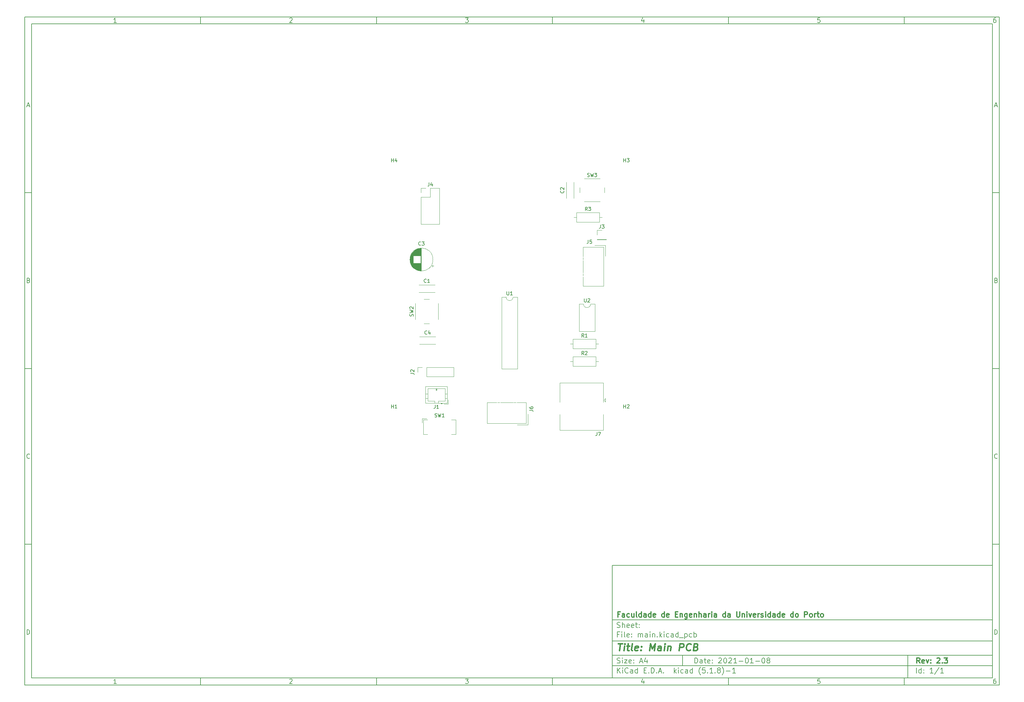
<source format=gbr>
%TF.GenerationSoftware,KiCad,Pcbnew,(5.1.8)-1*%
%TF.CreationDate,2021-01-08T10:56:16+00:00*%
%TF.ProjectId,main,6d61696e-2e6b-4696-9361-645f70636258,2.3*%
%TF.SameCoordinates,Original*%
%TF.FileFunction,Legend,Top*%
%TF.FilePolarity,Positive*%
%FSLAX46Y46*%
G04 Gerber Fmt 4.6, Leading zero omitted, Abs format (unit mm)*
G04 Created by KiCad (PCBNEW (5.1.8)-1) date 2021-01-08 10:56:16*
%MOMM*%
%LPD*%
G01*
G04 APERTURE LIST*
%ADD10C,0.100000*%
%ADD11C,0.150000*%
%ADD12C,0.300000*%
%ADD13C,0.400000*%
%ADD14C,0.120000*%
G04 APERTURE END LIST*
D10*
D11*
X177002200Y-166007200D02*
X177002200Y-198007200D01*
X285002200Y-198007200D01*
X285002200Y-166007200D01*
X177002200Y-166007200D01*
D10*
D11*
X10000000Y-10000000D02*
X10000000Y-200007200D01*
X287002200Y-200007200D01*
X287002200Y-10000000D01*
X10000000Y-10000000D01*
D10*
D11*
X12000000Y-12000000D02*
X12000000Y-198007200D01*
X285002200Y-198007200D01*
X285002200Y-12000000D01*
X12000000Y-12000000D01*
D10*
D11*
X60000000Y-12000000D02*
X60000000Y-10000000D01*
D10*
D11*
X110000000Y-12000000D02*
X110000000Y-10000000D01*
D10*
D11*
X160000000Y-12000000D02*
X160000000Y-10000000D01*
D10*
D11*
X210000000Y-12000000D02*
X210000000Y-10000000D01*
D10*
D11*
X260000000Y-12000000D02*
X260000000Y-10000000D01*
D10*
D11*
X36065476Y-11588095D02*
X35322619Y-11588095D01*
X35694047Y-11588095D02*
X35694047Y-10288095D01*
X35570238Y-10473809D01*
X35446428Y-10597619D01*
X35322619Y-10659523D01*
D10*
D11*
X85322619Y-10411904D02*
X85384523Y-10350000D01*
X85508333Y-10288095D01*
X85817857Y-10288095D01*
X85941666Y-10350000D01*
X86003571Y-10411904D01*
X86065476Y-10535714D01*
X86065476Y-10659523D01*
X86003571Y-10845238D01*
X85260714Y-11588095D01*
X86065476Y-11588095D01*
D10*
D11*
X135260714Y-10288095D02*
X136065476Y-10288095D01*
X135632142Y-10783333D01*
X135817857Y-10783333D01*
X135941666Y-10845238D01*
X136003571Y-10907142D01*
X136065476Y-11030952D01*
X136065476Y-11340476D01*
X136003571Y-11464285D01*
X135941666Y-11526190D01*
X135817857Y-11588095D01*
X135446428Y-11588095D01*
X135322619Y-11526190D01*
X135260714Y-11464285D01*
D10*
D11*
X185941666Y-10721428D02*
X185941666Y-11588095D01*
X185632142Y-10226190D02*
X185322619Y-11154761D01*
X186127380Y-11154761D01*
D10*
D11*
X236003571Y-10288095D02*
X235384523Y-10288095D01*
X235322619Y-10907142D01*
X235384523Y-10845238D01*
X235508333Y-10783333D01*
X235817857Y-10783333D01*
X235941666Y-10845238D01*
X236003571Y-10907142D01*
X236065476Y-11030952D01*
X236065476Y-11340476D01*
X236003571Y-11464285D01*
X235941666Y-11526190D01*
X235817857Y-11588095D01*
X235508333Y-11588095D01*
X235384523Y-11526190D01*
X235322619Y-11464285D01*
D10*
D11*
X285941666Y-10288095D02*
X285694047Y-10288095D01*
X285570238Y-10350000D01*
X285508333Y-10411904D01*
X285384523Y-10597619D01*
X285322619Y-10845238D01*
X285322619Y-11340476D01*
X285384523Y-11464285D01*
X285446428Y-11526190D01*
X285570238Y-11588095D01*
X285817857Y-11588095D01*
X285941666Y-11526190D01*
X286003571Y-11464285D01*
X286065476Y-11340476D01*
X286065476Y-11030952D01*
X286003571Y-10907142D01*
X285941666Y-10845238D01*
X285817857Y-10783333D01*
X285570238Y-10783333D01*
X285446428Y-10845238D01*
X285384523Y-10907142D01*
X285322619Y-11030952D01*
D10*
D11*
X60000000Y-198007200D02*
X60000000Y-200007200D01*
D10*
D11*
X110000000Y-198007200D02*
X110000000Y-200007200D01*
D10*
D11*
X160000000Y-198007200D02*
X160000000Y-200007200D01*
D10*
D11*
X210000000Y-198007200D02*
X210000000Y-200007200D01*
D10*
D11*
X260000000Y-198007200D02*
X260000000Y-200007200D01*
D10*
D11*
X36065476Y-199595295D02*
X35322619Y-199595295D01*
X35694047Y-199595295D02*
X35694047Y-198295295D01*
X35570238Y-198481009D01*
X35446428Y-198604819D01*
X35322619Y-198666723D01*
D10*
D11*
X85322619Y-198419104D02*
X85384523Y-198357200D01*
X85508333Y-198295295D01*
X85817857Y-198295295D01*
X85941666Y-198357200D01*
X86003571Y-198419104D01*
X86065476Y-198542914D01*
X86065476Y-198666723D01*
X86003571Y-198852438D01*
X85260714Y-199595295D01*
X86065476Y-199595295D01*
D10*
D11*
X135260714Y-198295295D02*
X136065476Y-198295295D01*
X135632142Y-198790533D01*
X135817857Y-198790533D01*
X135941666Y-198852438D01*
X136003571Y-198914342D01*
X136065476Y-199038152D01*
X136065476Y-199347676D01*
X136003571Y-199471485D01*
X135941666Y-199533390D01*
X135817857Y-199595295D01*
X135446428Y-199595295D01*
X135322619Y-199533390D01*
X135260714Y-199471485D01*
D10*
D11*
X185941666Y-198728628D02*
X185941666Y-199595295D01*
X185632142Y-198233390D02*
X185322619Y-199161961D01*
X186127380Y-199161961D01*
D10*
D11*
X236003571Y-198295295D02*
X235384523Y-198295295D01*
X235322619Y-198914342D01*
X235384523Y-198852438D01*
X235508333Y-198790533D01*
X235817857Y-198790533D01*
X235941666Y-198852438D01*
X236003571Y-198914342D01*
X236065476Y-199038152D01*
X236065476Y-199347676D01*
X236003571Y-199471485D01*
X235941666Y-199533390D01*
X235817857Y-199595295D01*
X235508333Y-199595295D01*
X235384523Y-199533390D01*
X235322619Y-199471485D01*
D10*
D11*
X285941666Y-198295295D02*
X285694047Y-198295295D01*
X285570238Y-198357200D01*
X285508333Y-198419104D01*
X285384523Y-198604819D01*
X285322619Y-198852438D01*
X285322619Y-199347676D01*
X285384523Y-199471485D01*
X285446428Y-199533390D01*
X285570238Y-199595295D01*
X285817857Y-199595295D01*
X285941666Y-199533390D01*
X286003571Y-199471485D01*
X286065476Y-199347676D01*
X286065476Y-199038152D01*
X286003571Y-198914342D01*
X285941666Y-198852438D01*
X285817857Y-198790533D01*
X285570238Y-198790533D01*
X285446428Y-198852438D01*
X285384523Y-198914342D01*
X285322619Y-199038152D01*
D10*
D11*
X10000000Y-60000000D02*
X12000000Y-60000000D01*
D10*
D11*
X10000000Y-110000000D02*
X12000000Y-110000000D01*
D10*
D11*
X10000000Y-160000000D02*
X12000000Y-160000000D01*
D10*
D11*
X10690476Y-35216666D02*
X11309523Y-35216666D01*
X10566666Y-35588095D02*
X11000000Y-34288095D01*
X11433333Y-35588095D01*
D10*
D11*
X11092857Y-84907142D02*
X11278571Y-84969047D01*
X11340476Y-85030952D01*
X11402380Y-85154761D01*
X11402380Y-85340476D01*
X11340476Y-85464285D01*
X11278571Y-85526190D01*
X11154761Y-85588095D01*
X10659523Y-85588095D01*
X10659523Y-84288095D01*
X11092857Y-84288095D01*
X11216666Y-84350000D01*
X11278571Y-84411904D01*
X11340476Y-84535714D01*
X11340476Y-84659523D01*
X11278571Y-84783333D01*
X11216666Y-84845238D01*
X11092857Y-84907142D01*
X10659523Y-84907142D01*
D10*
D11*
X11402380Y-135464285D02*
X11340476Y-135526190D01*
X11154761Y-135588095D01*
X11030952Y-135588095D01*
X10845238Y-135526190D01*
X10721428Y-135402380D01*
X10659523Y-135278571D01*
X10597619Y-135030952D01*
X10597619Y-134845238D01*
X10659523Y-134597619D01*
X10721428Y-134473809D01*
X10845238Y-134350000D01*
X11030952Y-134288095D01*
X11154761Y-134288095D01*
X11340476Y-134350000D01*
X11402380Y-134411904D01*
D10*
D11*
X10659523Y-185588095D02*
X10659523Y-184288095D01*
X10969047Y-184288095D01*
X11154761Y-184350000D01*
X11278571Y-184473809D01*
X11340476Y-184597619D01*
X11402380Y-184845238D01*
X11402380Y-185030952D01*
X11340476Y-185278571D01*
X11278571Y-185402380D01*
X11154761Y-185526190D01*
X10969047Y-185588095D01*
X10659523Y-185588095D01*
D10*
D11*
X287002200Y-60000000D02*
X285002200Y-60000000D01*
D10*
D11*
X287002200Y-110000000D02*
X285002200Y-110000000D01*
D10*
D11*
X287002200Y-160000000D02*
X285002200Y-160000000D01*
D10*
D11*
X285692676Y-35216666D02*
X286311723Y-35216666D01*
X285568866Y-35588095D02*
X286002200Y-34288095D01*
X286435533Y-35588095D01*
D10*
D11*
X286095057Y-84907142D02*
X286280771Y-84969047D01*
X286342676Y-85030952D01*
X286404580Y-85154761D01*
X286404580Y-85340476D01*
X286342676Y-85464285D01*
X286280771Y-85526190D01*
X286156961Y-85588095D01*
X285661723Y-85588095D01*
X285661723Y-84288095D01*
X286095057Y-84288095D01*
X286218866Y-84350000D01*
X286280771Y-84411904D01*
X286342676Y-84535714D01*
X286342676Y-84659523D01*
X286280771Y-84783333D01*
X286218866Y-84845238D01*
X286095057Y-84907142D01*
X285661723Y-84907142D01*
D10*
D11*
X286404580Y-135464285D02*
X286342676Y-135526190D01*
X286156961Y-135588095D01*
X286033152Y-135588095D01*
X285847438Y-135526190D01*
X285723628Y-135402380D01*
X285661723Y-135278571D01*
X285599819Y-135030952D01*
X285599819Y-134845238D01*
X285661723Y-134597619D01*
X285723628Y-134473809D01*
X285847438Y-134350000D01*
X286033152Y-134288095D01*
X286156961Y-134288095D01*
X286342676Y-134350000D01*
X286404580Y-134411904D01*
D10*
D11*
X285661723Y-185588095D02*
X285661723Y-184288095D01*
X285971247Y-184288095D01*
X286156961Y-184350000D01*
X286280771Y-184473809D01*
X286342676Y-184597619D01*
X286404580Y-184845238D01*
X286404580Y-185030952D01*
X286342676Y-185278571D01*
X286280771Y-185402380D01*
X286156961Y-185526190D01*
X285971247Y-185588095D01*
X285661723Y-185588095D01*
D10*
D11*
X200434342Y-193785771D02*
X200434342Y-192285771D01*
X200791485Y-192285771D01*
X201005771Y-192357200D01*
X201148628Y-192500057D01*
X201220057Y-192642914D01*
X201291485Y-192928628D01*
X201291485Y-193142914D01*
X201220057Y-193428628D01*
X201148628Y-193571485D01*
X201005771Y-193714342D01*
X200791485Y-193785771D01*
X200434342Y-193785771D01*
X202577200Y-193785771D02*
X202577200Y-193000057D01*
X202505771Y-192857200D01*
X202362914Y-192785771D01*
X202077200Y-192785771D01*
X201934342Y-192857200D01*
X202577200Y-193714342D02*
X202434342Y-193785771D01*
X202077200Y-193785771D01*
X201934342Y-193714342D01*
X201862914Y-193571485D01*
X201862914Y-193428628D01*
X201934342Y-193285771D01*
X202077200Y-193214342D01*
X202434342Y-193214342D01*
X202577200Y-193142914D01*
X203077200Y-192785771D02*
X203648628Y-192785771D01*
X203291485Y-192285771D02*
X203291485Y-193571485D01*
X203362914Y-193714342D01*
X203505771Y-193785771D01*
X203648628Y-193785771D01*
X204720057Y-193714342D02*
X204577200Y-193785771D01*
X204291485Y-193785771D01*
X204148628Y-193714342D01*
X204077200Y-193571485D01*
X204077200Y-193000057D01*
X204148628Y-192857200D01*
X204291485Y-192785771D01*
X204577200Y-192785771D01*
X204720057Y-192857200D01*
X204791485Y-193000057D01*
X204791485Y-193142914D01*
X204077200Y-193285771D01*
X205434342Y-193642914D02*
X205505771Y-193714342D01*
X205434342Y-193785771D01*
X205362914Y-193714342D01*
X205434342Y-193642914D01*
X205434342Y-193785771D01*
X205434342Y-192857200D02*
X205505771Y-192928628D01*
X205434342Y-193000057D01*
X205362914Y-192928628D01*
X205434342Y-192857200D01*
X205434342Y-193000057D01*
X207220057Y-192428628D02*
X207291485Y-192357200D01*
X207434342Y-192285771D01*
X207791485Y-192285771D01*
X207934342Y-192357200D01*
X208005771Y-192428628D01*
X208077200Y-192571485D01*
X208077200Y-192714342D01*
X208005771Y-192928628D01*
X207148628Y-193785771D01*
X208077200Y-193785771D01*
X209005771Y-192285771D02*
X209148628Y-192285771D01*
X209291485Y-192357200D01*
X209362914Y-192428628D01*
X209434342Y-192571485D01*
X209505771Y-192857200D01*
X209505771Y-193214342D01*
X209434342Y-193500057D01*
X209362914Y-193642914D01*
X209291485Y-193714342D01*
X209148628Y-193785771D01*
X209005771Y-193785771D01*
X208862914Y-193714342D01*
X208791485Y-193642914D01*
X208720057Y-193500057D01*
X208648628Y-193214342D01*
X208648628Y-192857200D01*
X208720057Y-192571485D01*
X208791485Y-192428628D01*
X208862914Y-192357200D01*
X209005771Y-192285771D01*
X210077200Y-192428628D02*
X210148628Y-192357200D01*
X210291485Y-192285771D01*
X210648628Y-192285771D01*
X210791485Y-192357200D01*
X210862914Y-192428628D01*
X210934342Y-192571485D01*
X210934342Y-192714342D01*
X210862914Y-192928628D01*
X210005771Y-193785771D01*
X210934342Y-193785771D01*
X212362914Y-193785771D02*
X211505771Y-193785771D01*
X211934342Y-193785771D02*
X211934342Y-192285771D01*
X211791485Y-192500057D01*
X211648628Y-192642914D01*
X211505771Y-192714342D01*
X213005771Y-193214342D02*
X214148628Y-193214342D01*
X215148628Y-192285771D02*
X215291485Y-192285771D01*
X215434342Y-192357200D01*
X215505771Y-192428628D01*
X215577200Y-192571485D01*
X215648628Y-192857200D01*
X215648628Y-193214342D01*
X215577200Y-193500057D01*
X215505771Y-193642914D01*
X215434342Y-193714342D01*
X215291485Y-193785771D01*
X215148628Y-193785771D01*
X215005771Y-193714342D01*
X214934342Y-193642914D01*
X214862914Y-193500057D01*
X214791485Y-193214342D01*
X214791485Y-192857200D01*
X214862914Y-192571485D01*
X214934342Y-192428628D01*
X215005771Y-192357200D01*
X215148628Y-192285771D01*
X217077200Y-193785771D02*
X216220057Y-193785771D01*
X216648628Y-193785771D02*
X216648628Y-192285771D01*
X216505771Y-192500057D01*
X216362914Y-192642914D01*
X216220057Y-192714342D01*
X217720057Y-193214342D02*
X218862914Y-193214342D01*
X219862914Y-192285771D02*
X220005771Y-192285771D01*
X220148628Y-192357200D01*
X220220057Y-192428628D01*
X220291485Y-192571485D01*
X220362914Y-192857200D01*
X220362914Y-193214342D01*
X220291485Y-193500057D01*
X220220057Y-193642914D01*
X220148628Y-193714342D01*
X220005771Y-193785771D01*
X219862914Y-193785771D01*
X219720057Y-193714342D01*
X219648628Y-193642914D01*
X219577200Y-193500057D01*
X219505771Y-193214342D01*
X219505771Y-192857200D01*
X219577200Y-192571485D01*
X219648628Y-192428628D01*
X219720057Y-192357200D01*
X219862914Y-192285771D01*
X221220057Y-192928628D02*
X221077200Y-192857200D01*
X221005771Y-192785771D01*
X220934342Y-192642914D01*
X220934342Y-192571485D01*
X221005771Y-192428628D01*
X221077200Y-192357200D01*
X221220057Y-192285771D01*
X221505771Y-192285771D01*
X221648628Y-192357200D01*
X221720057Y-192428628D01*
X221791485Y-192571485D01*
X221791485Y-192642914D01*
X221720057Y-192785771D01*
X221648628Y-192857200D01*
X221505771Y-192928628D01*
X221220057Y-192928628D01*
X221077200Y-193000057D01*
X221005771Y-193071485D01*
X220934342Y-193214342D01*
X220934342Y-193500057D01*
X221005771Y-193642914D01*
X221077200Y-193714342D01*
X221220057Y-193785771D01*
X221505771Y-193785771D01*
X221648628Y-193714342D01*
X221720057Y-193642914D01*
X221791485Y-193500057D01*
X221791485Y-193214342D01*
X221720057Y-193071485D01*
X221648628Y-193000057D01*
X221505771Y-192928628D01*
D10*
D11*
X177002200Y-194507200D02*
X285002200Y-194507200D01*
D10*
D11*
X178434342Y-196585771D02*
X178434342Y-195085771D01*
X179291485Y-196585771D02*
X178648628Y-195728628D01*
X179291485Y-195085771D02*
X178434342Y-195942914D01*
X179934342Y-196585771D02*
X179934342Y-195585771D01*
X179934342Y-195085771D02*
X179862914Y-195157200D01*
X179934342Y-195228628D01*
X180005771Y-195157200D01*
X179934342Y-195085771D01*
X179934342Y-195228628D01*
X181505771Y-196442914D02*
X181434342Y-196514342D01*
X181220057Y-196585771D01*
X181077200Y-196585771D01*
X180862914Y-196514342D01*
X180720057Y-196371485D01*
X180648628Y-196228628D01*
X180577200Y-195942914D01*
X180577200Y-195728628D01*
X180648628Y-195442914D01*
X180720057Y-195300057D01*
X180862914Y-195157200D01*
X181077200Y-195085771D01*
X181220057Y-195085771D01*
X181434342Y-195157200D01*
X181505771Y-195228628D01*
X182791485Y-196585771D02*
X182791485Y-195800057D01*
X182720057Y-195657200D01*
X182577200Y-195585771D01*
X182291485Y-195585771D01*
X182148628Y-195657200D01*
X182791485Y-196514342D02*
X182648628Y-196585771D01*
X182291485Y-196585771D01*
X182148628Y-196514342D01*
X182077200Y-196371485D01*
X182077200Y-196228628D01*
X182148628Y-196085771D01*
X182291485Y-196014342D01*
X182648628Y-196014342D01*
X182791485Y-195942914D01*
X184148628Y-196585771D02*
X184148628Y-195085771D01*
X184148628Y-196514342D02*
X184005771Y-196585771D01*
X183720057Y-196585771D01*
X183577200Y-196514342D01*
X183505771Y-196442914D01*
X183434342Y-196300057D01*
X183434342Y-195871485D01*
X183505771Y-195728628D01*
X183577200Y-195657200D01*
X183720057Y-195585771D01*
X184005771Y-195585771D01*
X184148628Y-195657200D01*
X186005771Y-195800057D02*
X186505771Y-195800057D01*
X186720057Y-196585771D02*
X186005771Y-196585771D01*
X186005771Y-195085771D01*
X186720057Y-195085771D01*
X187362914Y-196442914D02*
X187434342Y-196514342D01*
X187362914Y-196585771D01*
X187291485Y-196514342D01*
X187362914Y-196442914D01*
X187362914Y-196585771D01*
X188077200Y-196585771D02*
X188077200Y-195085771D01*
X188434342Y-195085771D01*
X188648628Y-195157200D01*
X188791485Y-195300057D01*
X188862914Y-195442914D01*
X188934342Y-195728628D01*
X188934342Y-195942914D01*
X188862914Y-196228628D01*
X188791485Y-196371485D01*
X188648628Y-196514342D01*
X188434342Y-196585771D01*
X188077200Y-196585771D01*
X189577200Y-196442914D02*
X189648628Y-196514342D01*
X189577200Y-196585771D01*
X189505771Y-196514342D01*
X189577200Y-196442914D01*
X189577200Y-196585771D01*
X190220057Y-196157200D02*
X190934342Y-196157200D01*
X190077200Y-196585771D02*
X190577200Y-195085771D01*
X191077200Y-196585771D01*
X191577200Y-196442914D02*
X191648628Y-196514342D01*
X191577200Y-196585771D01*
X191505771Y-196514342D01*
X191577200Y-196442914D01*
X191577200Y-196585771D01*
X194577200Y-196585771D02*
X194577200Y-195085771D01*
X194720057Y-196014342D02*
X195148628Y-196585771D01*
X195148628Y-195585771D02*
X194577200Y-196157200D01*
X195791485Y-196585771D02*
X195791485Y-195585771D01*
X195791485Y-195085771D02*
X195720057Y-195157200D01*
X195791485Y-195228628D01*
X195862914Y-195157200D01*
X195791485Y-195085771D01*
X195791485Y-195228628D01*
X197148628Y-196514342D02*
X197005771Y-196585771D01*
X196720057Y-196585771D01*
X196577200Y-196514342D01*
X196505771Y-196442914D01*
X196434342Y-196300057D01*
X196434342Y-195871485D01*
X196505771Y-195728628D01*
X196577200Y-195657200D01*
X196720057Y-195585771D01*
X197005771Y-195585771D01*
X197148628Y-195657200D01*
X198434342Y-196585771D02*
X198434342Y-195800057D01*
X198362914Y-195657200D01*
X198220057Y-195585771D01*
X197934342Y-195585771D01*
X197791485Y-195657200D01*
X198434342Y-196514342D02*
X198291485Y-196585771D01*
X197934342Y-196585771D01*
X197791485Y-196514342D01*
X197720057Y-196371485D01*
X197720057Y-196228628D01*
X197791485Y-196085771D01*
X197934342Y-196014342D01*
X198291485Y-196014342D01*
X198434342Y-195942914D01*
X199791485Y-196585771D02*
X199791485Y-195085771D01*
X199791485Y-196514342D02*
X199648628Y-196585771D01*
X199362914Y-196585771D01*
X199220057Y-196514342D01*
X199148628Y-196442914D01*
X199077200Y-196300057D01*
X199077200Y-195871485D01*
X199148628Y-195728628D01*
X199220057Y-195657200D01*
X199362914Y-195585771D01*
X199648628Y-195585771D01*
X199791485Y-195657200D01*
X202077200Y-197157200D02*
X202005771Y-197085771D01*
X201862914Y-196871485D01*
X201791485Y-196728628D01*
X201720057Y-196514342D01*
X201648628Y-196157200D01*
X201648628Y-195871485D01*
X201720057Y-195514342D01*
X201791485Y-195300057D01*
X201862914Y-195157200D01*
X202005771Y-194942914D01*
X202077200Y-194871485D01*
X203362914Y-195085771D02*
X202648628Y-195085771D01*
X202577200Y-195800057D01*
X202648628Y-195728628D01*
X202791485Y-195657200D01*
X203148628Y-195657200D01*
X203291485Y-195728628D01*
X203362914Y-195800057D01*
X203434342Y-195942914D01*
X203434342Y-196300057D01*
X203362914Y-196442914D01*
X203291485Y-196514342D01*
X203148628Y-196585771D01*
X202791485Y-196585771D01*
X202648628Y-196514342D01*
X202577200Y-196442914D01*
X204077200Y-196442914D02*
X204148628Y-196514342D01*
X204077200Y-196585771D01*
X204005771Y-196514342D01*
X204077200Y-196442914D01*
X204077200Y-196585771D01*
X205577200Y-196585771D02*
X204720057Y-196585771D01*
X205148628Y-196585771D02*
X205148628Y-195085771D01*
X205005771Y-195300057D01*
X204862914Y-195442914D01*
X204720057Y-195514342D01*
X206220057Y-196442914D02*
X206291485Y-196514342D01*
X206220057Y-196585771D01*
X206148628Y-196514342D01*
X206220057Y-196442914D01*
X206220057Y-196585771D01*
X207148628Y-195728628D02*
X207005771Y-195657200D01*
X206934342Y-195585771D01*
X206862914Y-195442914D01*
X206862914Y-195371485D01*
X206934342Y-195228628D01*
X207005771Y-195157200D01*
X207148628Y-195085771D01*
X207434342Y-195085771D01*
X207577200Y-195157200D01*
X207648628Y-195228628D01*
X207720057Y-195371485D01*
X207720057Y-195442914D01*
X207648628Y-195585771D01*
X207577200Y-195657200D01*
X207434342Y-195728628D01*
X207148628Y-195728628D01*
X207005771Y-195800057D01*
X206934342Y-195871485D01*
X206862914Y-196014342D01*
X206862914Y-196300057D01*
X206934342Y-196442914D01*
X207005771Y-196514342D01*
X207148628Y-196585771D01*
X207434342Y-196585771D01*
X207577200Y-196514342D01*
X207648628Y-196442914D01*
X207720057Y-196300057D01*
X207720057Y-196014342D01*
X207648628Y-195871485D01*
X207577200Y-195800057D01*
X207434342Y-195728628D01*
X208220057Y-197157200D02*
X208291485Y-197085771D01*
X208434342Y-196871485D01*
X208505771Y-196728628D01*
X208577200Y-196514342D01*
X208648628Y-196157200D01*
X208648628Y-195871485D01*
X208577200Y-195514342D01*
X208505771Y-195300057D01*
X208434342Y-195157200D01*
X208291485Y-194942914D01*
X208220057Y-194871485D01*
X209362914Y-196014342D02*
X210505771Y-196014342D01*
X212005771Y-196585771D02*
X211148628Y-196585771D01*
X211577200Y-196585771D02*
X211577200Y-195085771D01*
X211434342Y-195300057D01*
X211291485Y-195442914D01*
X211148628Y-195514342D01*
D10*
D11*
X177002200Y-191507200D02*
X285002200Y-191507200D01*
D10*
D12*
X264411485Y-193785771D02*
X263911485Y-193071485D01*
X263554342Y-193785771D02*
X263554342Y-192285771D01*
X264125771Y-192285771D01*
X264268628Y-192357200D01*
X264340057Y-192428628D01*
X264411485Y-192571485D01*
X264411485Y-192785771D01*
X264340057Y-192928628D01*
X264268628Y-193000057D01*
X264125771Y-193071485D01*
X263554342Y-193071485D01*
X265625771Y-193714342D02*
X265482914Y-193785771D01*
X265197200Y-193785771D01*
X265054342Y-193714342D01*
X264982914Y-193571485D01*
X264982914Y-193000057D01*
X265054342Y-192857200D01*
X265197200Y-192785771D01*
X265482914Y-192785771D01*
X265625771Y-192857200D01*
X265697200Y-193000057D01*
X265697200Y-193142914D01*
X264982914Y-193285771D01*
X266197200Y-192785771D02*
X266554342Y-193785771D01*
X266911485Y-192785771D01*
X267482914Y-193642914D02*
X267554342Y-193714342D01*
X267482914Y-193785771D01*
X267411485Y-193714342D01*
X267482914Y-193642914D01*
X267482914Y-193785771D01*
X267482914Y-192857200D02*
X267554342Y-192928628D01*
X267482914Y-193000057D01*
X267411485Y-192928628D01*
X267482914Y-192857200D01*
X267482914Y-193000057D01*
X269268628Y-192428628D02*
X269340057Y-192357200D01*
X269482914Y-192285771D01*
X269840057Y-192285771D01*
X269982914Y-192357200D01*
X270054342Y-192428628D01*
X270125771Y-192571485D01*
X270125771Y-192714342D01*
X270054342Y-192928628D01*
X269197200Y-193785771D01*
X270125771Y-193785771D01*
X270768628Y-193642914D02*
X270840057Y-193714342D01*
X270768628Y-193785771D01*
X270697200Y-193714342D01*
X270768628Y-193642914D01*
X270768628Y-193785771D01*
X271340057Y-192285771D02*
X272268628Y-192285771D01*
X271768628Y-192857200D01*
X271982914Y-192857200D01*
X272125771Y-192928628D01*
X272197200Y-193000057D01*
X272268628Y-193142914D01*
X272268628Y-193500057D01*
X272197200Y-193642914D01*
X272125771Y-193714342D01*
X271982914Y-193785771D01*
X271554342Y-193785771D01*
X271411485Y-193714342D01*
X271340057Y-193642914D01*
D10*
D11*
X178362914Y-193714342D02*
X178577200Y-193785771D01*
X178934342Y-193785771D01*
X179077200Y-193714342D01*
X179148628Y-193642914D01*
X179220057Y-193500057D01*
X179220057Y-193357200D01*
X179148628Y-193214342D01*
X179077200Y-193142914D01*
X178934342Y-193071485D01*
X178648628Y-193000057D01*
X178505771Y-192928628D01*
X178434342Y-192857200D01*
X178362914Y-192714342D01*
X178362914Y-192571485D01*
X178434342Y-192428628D01*
X178505771Y-192357200D01*
X178648628Y-192285771D01*
X179005771Y-192285771D01*
X179220057Y-192357200D01*
X179862914Y-193785771D02*
X179862914Y-192785771D01*
X179862914Y-192285771D02*
X179791485Y-192357200D01*
X179862914Y-192428628D01*
X179934342Y-192357200D01*
X179862914Y-192285771D01*
X179862914Y-192428628D01*
X180434342Y-192785771D02*
X181220057Y-192785771D01*
X180434342Y-193785771D01*
X181220057Y-193785771D01*
X182362914Y-193714342D02*
X182220057Y-193785771D01*
X181934342Y-193785771D01*
X181791485Y-193714342D01*
X181720057Y-193571485D01*
X181720057Y-193000057D01*
X181791485Y-192857200D01*
X181934342Y-192785771D01*
X182220057Y-192785771D01*
X182362914Y-192857200D01*
X182434342Y-193000057D01*
X182434342Y-193142914D01*
X181720057Y-193285771D01*
X183077200Y-193642914D02*
X183148628Y-193714342D01*
X183077200Y-193785771D01*
X183005771Y-193714342D01*
X183077200Y-193642914D01*
X183077200Y-193785771D01*
X183077200Y-192857200D02*
X183148628Y-192928628D01*
X183077200Y-193000057D01*
X183005771Y-192928628D01*
X183077200Y-192857200D01*
X183077200Y-193000057D01*
X184862914Y-193357200D02*
X185577200Y-193357200D01*
X184720057Y-193785771D02*
X185220057Y-192285771D01*
X185720057Y-193785771D01*
X186862914Y-192785771D02*
X186862914Y-193785771D01*
X186505771Y-192214342D02*
X186148628Y-193285771D01*
X187077200Y-193285771D01*
D10*
D11*
X263434342Y-196585771D02*
X263434342Y-195085771D01*
X264791485Y-196585771D02*
X264791485Y-195085771D01*
X264791485Y-196514342D02*
X264648628Y-196585771D01*
X264362914Y-196585771D01*
X264220057Y-196514342D01*
X264148628Y-196442914D01*
X264077200Y-196300057D01*
X264077200Y-195871485D01*
X264148628Y-195728628D01*
X264220057Y-195657200D01*
X264362914Y-195585771D01*
X264648628Y-195585771D01*
X264791485Y-195657200D01*
X265505771Y-196442914D02*
X265577200Y-196514342D01*
X265505771Y-196585771D01*
X265434342Y-196514342D01*
X265505771Y-196442914D01*
X265505771Y-196585771D01*
X265505771Y-195657200D02*
X265577200Y-195728628D01*
X265505771Y-195800057D01*
X265434342Y-195728628D01*
X265505771Y-195657200D01*
X265505771Y-195800057D01*
X268148628Y-196585771D02*
X267291485Y-196585771D01*
X267720057Y-196585771D02*
X267720057Y-195085771D01*
X267577200Y-195300057D01*
X267434342Y-195442914D01*
X267291485Y-195514342D01*
X269862914Y-195014342D02*
X268577200Y-196942914D01*
X271148628Y-196585771D02*
X270291485Y-196585771D01*
X270720057Y-196585771D02*
X270720057Y-195085771D01*
X270577200Y-195300057D01*
X270434342Y-195442914D01*
X270291485Y-195514342D01*
D10*
D11*
X177002200Y-187507200D02*
X285002200Y-187507200D01*
D10*
D13*
X178714580Y-188211961D02*
X179857438Y-188211961D01*
X179036009Y-190211961D02*
X179286009Y-188211961D01*
X180274104Y-190211961D02*
X180440771Y-188878628D01*
X180524104Y-188211961D02*
X180416961Y-188307200D01*
X180500295Y-188402438D01*
X180607438Y-188307200D01*
X180524104Y-188211961D01*
X180500295Y-188402438D01*
X181107438Y-188878628D02*
X181869342Y-188878628D01*
X181476485Y-188211961D02*
X181262200Y-189926247D01*
X181333628Y-190116723D01*
X181512200Y-190211961D01*
X181702676Y-190211961D01*
X182655057Y-190211961D02*
X182476485Y-190116723D01*
X182405057Y-189926247D01*
X182619342Y-188211961D01*
X184190771Y-190116723D02*
X183988390Y-190211961D01*
X183607438Y-190211961D01*
X183428866Y-190116723D01*
X183357438Y-189926247D01*
X183452676Y-189164342D01*
X183571723Y-188973866D01*
X183774104Y-188878628D01*
X184155057Y-188878628D01*
X184333628Y-188973866D01*
X184405057Y-189164342D01*
X184381247Y-189354819D01*
X183405057Y-189545295D01*
X185155057Y-190021485D02*
X185238390Y-190116723D01*
X185131247Y-190211961D01*
X185047914Y-190116723D01*
X185155057Y-190021485D01*
X185131247Y-190211961D01*
X185286009Y-188973866D02*
X185369342Y-189069104D01*
X185262200Y-189164342D01*
X185178866Y-189069104D01*
X185286009Y-188973866D01*
X185262200Y-189164342D01*
X187607438Y-190211961D02*
X187857438Y-188211961D01*
X188345533Y-189640533D01*
X189190771Y-188211961D01*
X188940771Y-190211961D01*
X190750295Y-190211961D02*
X190881247Y-189164342D01*
X190809819Y-188973866D01*
X190631247Y-188878628D01*
X190250295Y-188878628D01*
X190047914Y-188973866D01*
X190762200Y-190116723D02*
X190559819Y-190211961D01*
X190083628Y-190211961D01*
X189905057Y-190116723D01*
X189833628Y-189926247D01*
X189857438Y-189735771D01*
X189976485Y-189545295D01*
X190178866Y-189450057D01*
X190655057Y-189450057D01*
X190857438Y-189354819D01*
X191702676Y-190211961D02*
X191869342Y-188878628D01*
X191952676Y-188211961D02*
X191845533Y-188307200D01*
X191928866Y-188402438D01*
X192036009Y-188307200D01*
X191952676Y-188211961D01*
X191928866Y-188402438D01*
X192821723Y-188878628D02*
X192655057Y-190211961D01*
X192797914Y-189069104D02*
X192905057Y-188973866D01*
X193107438Y-188878628D01*
X193393152Y-188878628D01*
X193571723Y-188973866D01*
X193643152Y-189164342D01*
X193512200Y-190211961D01*
X195988390Y-190211961D02*
X196238390Y-188211961D01*
X197000295Y-188211961D01*
X197178866Y-188307200D01*
X197262200Y-188402438D01*
X197333628Y-188592914D01*
X197297914Y-188878628D01*
X197178866Y-189069104D01*
X197071723Y-189164342D01*
X196869342Y-189259580D01*
X196107438Y-189259580D01*
X199155057Y-190021485D02*
X199047914Y-190116723D01*
X198750295Y-190211961D01*
X198559819Y-190211961D01*
X198286009Y-190116723D01*
X198119342Y-189926247D01*
X198047914Y-189735771D01*
X198000295Y-189354819D01*
X198036009Y-189069104D01*
X198178866Y-188688152D01*
X198297914Y-188497676D01*
X198512200Y-188307200D01*
X198809819Y-188211961D01*
X199000295Y-188211961D01*
X199274104Y-188307200D01*
X199357438Y-188402438D01*
X200786009Y-189164342D02*
X201059819Y-189259580D01*
X201143152Y-189354819D01*
X201214580Y-189545295D01*
X201178866Y-189831009D01*
X201059819Y-190021485D01*
X200952676Y-190116723D01*
X200750295Y-190211961D01*
X199988390Y-190211961D01*
X200238390Y-188211961D01*
X200905057Y-188211961D01*
X201083628Y-188307200D01*
X201166961Y-188402438D01*
X201238390Y-188592914D01*
X201214580Y-188783390D01*
X201095533Y-188973866D01*
X200988390Y-189069104D01*
X200786009Y-189164342D01*
X200119342Y-189164342D01*
D10*
D11*
X178934342Y-185600057D02*
X178434342Y-185600057D01*
X178434342Y-186385771D02*
X178434342Y-184885771D01*
X179148628Y-184885771D01*
X179720057Y-186385771D02*
X179720057Y-185385771D01*
X179720057Y-184885771D02*
X179648628Y-184957200D01*
X179720057Y-185028628D01*
X179791485Y-184957200D01*
X179720057Y-184885771D01*
X179720057Y-185028628D01*
X180648628Y-186385771D02*
X180505771Y-186314342D01*
X180434342Y-186171485D01*
X180434342Y-184885771D01*
X181791485Y-186314342D02*
X181648628Y-186385771D01*
X181362914Y-186385771D01*
X181220057Y-186314342D01*
X181148628Y-186171485D01*
X181148628Y-185600057D01*
X181220057Y-185457200D01*
X181362914Y-185385771D01*
X181648628Y-185385771D01*
X181791485Y-185457200D01*
X181862914Y-185600057D01*
X181862914Y-185742914D01*
X181148628Y-185885771D01*
X182505771Y-186242914D02*
X182577200Y-186314342D01*
X182505771Y-186385771D01*
X182434342Y-186314342D01*
X182505771Y-186242914D01*
X182505771Y-186385771D01*
X182505771Y-185457200D02*
X182577200Y-185528628D01*
X182505771Y-185600057D01*
X182434342Y-185528628D01*
X182505771Y-185457200D01*
X182505771Y-185600057D01*
X184362914Y-186385771D02*
X184362914Y-185385771D01*
X184362914Y-185528628D02*
X184434342Y-185457200D01*
X184577200Y-185385771D01*
X184791485Y-185385771D01*
X184934342Y-185457200D01*
X185005771Y-185600057D01*
X185005771Y-186385771D01*
X185005771Y-185600057D02*
X185077200Y-185457200D01*
X185220057Y-185385771D01*
X185434342Y-185385771D01*
X185577200Y-185457200D01*
X185648628Y-185600057D01*
X185648628Y-186385771D01*
X187005771Y-186385771D02*
X187005771Y-185600057D01*
X186934342Y-185457200D01*
X186791485Y-185385771D01*
X186505771Y-185385771D01*
X186362914Y-185457200D01*
X187005771Y-186314342D02*
X186862914Y-186385771D01*
X186505771Y-186385771D01*
X186362914Y-186314342D01*
X186291485Y-186171485D01*
X186291485Y-186028628D01*
X186362914Y-185885771D01*
X186505771Y-185814342D01*
X186862914Y-185814342D01*
X187005771Y-185742914D01*
X187720057Y-186385771D02*
X187720057Y-185385771D01*
X187720057Y-184885771D02*
X187648628Y-184957200D01*
X187720057Y-185028628D01*
X187791485Y-184957200D01*
X187720057Y-184885771D01*
X187720057Y-185028628D01*
X188434342Y-185385771D02*
X188434342Y-186385771D01*
X188434342Y-185528628D02*
X188505771Y-185457200D01*
X188648628Y-185385771D01*
X188862914Y-185385771D01*
X189005771Y-185457200D01*
X189077200Y-185600057D01*
X189077200Y-186385771D01*
X189791485Y-186242914D02*
X189862914Y-186314342D01*
X189791485Y-186385771D01*
X189720057Y-186314342D01*
X189791485Y-186242914D01*
X189791485Y-186385771D01*
X190505771Y-186385771D02*
X190505771Y-184885771D01*
X190648628Y-185814342D02*
X191077200Y-186385771D01*
X191077200Y-185385771D02*
X190505771Y-185957200D01*
X191720057Y-186385771D02*
X191720057Y-185385771D01*
X191720057Y-184885771D02*
X191648628Y-184957200D01*
X191720057Y-185028628D01*
X191791485Y-184957200D01*
X191720057Y-184885771D01*
X191720057Y-185028628D01*
X193077200Y-186314342D02*
X192934342Y-186385771D01*
X192648628Y-186385771D01*
X192505771Y-186314342D01*
X192434342Y-186242914D01*
X192362914Y-186100057D01*
X192362914Y-185671485D01*
X192434342Y-185528628D01*
X192505771Y-185457200D01*
X192648628Y-185385771D01*
X192934342Y-185385771D01*
X193077200Y-185457200D01*
X194362914Y-186385771D02*
X194362914Y-185600057D01*
X194291485Y-185457200D01*
X194148628Y-185385771D01*
X193862914Y-185385771D01*
X193720057Y-185457200D01*
X194362914Y-186314342D02*
X194220057Y-186385771D01*
X193862914Y-186385771D01*
X193720057Y-186314342D01*
X193648628Y-186171485D01*
X193648628Y-186028628D01*
X193720057Y-185885771D01*
X193862914Y-185814342D01*
X194220057Y-185814342D01*
X194362914Y-185742914D01*
X195720057Y-186385771D02*
X195720057Y-184885771D01*
X195720057Y-186314342D02*
X195577200Y-186385771D01*
X195291485Y-186385771D01*
X195148628Y-186314342D01*
X195077200Y-186242914D01*
X195005771Y-186100057D01*
X195005771Y-185671485D01*
X195077200Y-185528628D01*
X195148628Y-185457200D01*
X195291485Y-185385771D01*
X195577200Y-185385771D01*
X195720057Y-185457200D01*
X196077200Y-186528628D02*
X197220057Y-186528628D01*
X197577200Y-185385771D02*
X197577200Y-186885771D01*
X197577200Y-185457200D02*
X197720057Y-185385771D01*
X198005771Y-185385771D01*
X198148628Y-185457200D01*
X198220057Y-185528628D01*
X198291485Y-185671485D01*
X198291485Y-186100057D01*
X198220057Y-186242914D01*
X198148628Y-186314342D01*
X198005771Y-186385771D01*
X197720057Y-186385771D01*
X197577200Y-186314342D01*
X199577200Y-186314342D02*
X199434342Y-186385771D01*
X199148628Y-186385771D01*
X199005771Y-186314342D01*
X198934342Y-186242914D01*
X198862914Y-186100057D01*
X198862914Y-185671485D01*
X198934342Y-185528628D01*
X199005771Y-185457200D01*
X199148628Y-185385771D01*
X199434342Y-185385771D01*
X199577200Y-185457200D01*
X200220057Y-186385771D02*
X200220057Y-184885771D01*
X200220057Y-185457200D02*
X200362914Y-185385771D01*
X200648628Y-185385771D01*
X200791485Y-185457200D01*
X200862914Y-185528628D01*
X200934342Y-185671485D01*
X200934342Y-186100057D01*
X200862914Y-186242914D01*
X200791485Y-186314342D01*
X200648628Y-186385771D01*
X200362914Y-186385771D01*
X200220057Y-186314342D01*
D10*
D11*
X177002200Y-181507200D02*
X285002200Y-181507200D01*
D10*
D11*
X178362914Y-183614342D02*
X178577200Y-183685771D01*
X178934342Y-183685771D01*
X179077200Y-183614342D01*
X179148628Y-183542914D01*
X179220057Y-183400057D01*
X179220057Y-183257200D01*
X179148628Y-183114342D01*
X179077200Y-183042914D01*
X178934342Y-182971485D01*
X178648628Y-182900057D01*
X178505771Y-182828628D01*
X178434342Y-182757200D01*
X178362914Y-182614342D01*
X178362914Y-182471485D01*
X178434342Y-182328628D01*
X178505771Y-182257200D01*
X178648628Y-182185771D01*
X179005771Y-182185771D01*
X179220057Y-182257200D01*
X179862914Y-183685771D02*
X179862914Y-182185771D01*
X180505771Y-183685771D02*
X180505771Y-182900057D01*
X180434342Y-182757200D01*
X180291485Y-182685771D01*
X180077200Y-182685771D01*
X179934342Y-182757200D01*
X179862914Y-182828628D01*
X181791485Y-183614342D02*
X181648628Y-183685771D01*
X181362914Y-183685771D01*
X181220057Y-183614342D01*
X181148628Y-183471485D01*
X181148628Y-182900057D01*
X181220057Y-182757200D01*
X181362914Y-182685771D01*
X181648628Y-182685771D01*
X181791485Y-182757200D01*
X181862914Y-182900057D01*
X181862914Y-183042914D01*
X181148628Y-183185771D01*
X183077200Y-183614342D02*
X182934342Y-183685771D01*
X182648628Y-183685771D01*
X182505771Y-183614342D01*
X182434342Y-183471485D01*
X182434342Y-182900057D01*
X182505771Y-182757200D01*
X182648628Y-182685771D01*
X182934342Y-182685771D01*
X183077200Y-182757200D01*
X183148628Y-182900057D01*
X183148628Y-183042914D01*
X182434342Y-183185771D01*
X183577200Y-182685771D02*
X184148628Y-182685771D01*
X183791485Y-182185771D02*
X183791485Y-183471485D01*
X183862914Y-183614342D01*
X184005771Y-183685771D01*
X184148628Y-183685771D01*
X184648628Y-183542914D02*
X184720057Y-183614342D01*
X184648628Y-183685771D01*
X184577200Y-183614342D01*
X184648628Y-183542914D01*
X184648628Y-183685771D01*
X184648628Y-182757200D02*
X184720057Y-182828628D01*
X184648628Y-182900057D01*
X184577200Y-182828628D01*
X184648628Y-182757200D01*
X184648628Y-182900057D01*
D10*
D12*
X179054342Y-179900057D02*
X178554342Y-179900057D01*
X178554342Y-180685771D02*
X178554342Y-179185771D01*
X179268628Y-179185771D01*
X180482914Y-180685771D02*
X180482914Y-179900057D01*
X180411485Y-179757200D01*
X180268628Y-179685771D01*
X179982914Y-179685771D01*
X179840057Y-179757200D01*
X180482914Y-180614342D02*
X180340057Y-180685771D01*
X179982914Y-180685771D01*
X179840057Y-180614342D01*
X179768628Y-180471485D01*
X179768628Y-180328628D01*
X179840057Y-180185771D01*
X179982914Y-180114342D01*
X180340057Y-180114342D01*
X180482914Y-180042914D01*
X181840057Y-180614342D02*
X181697200Y-180685771D01*
X181411485Y-180685771D01*
X181268628Y-180614342D01*
X181197200Y-180542914D01*
X181125771Y-180400057D01*
X181125771Y-179971485D01*
X181197200Y-179828628D01*
X181268628Y-179757200D01*
X181411485Y-179685771D01*
X181697200Y-179685771D01*
X181840057Y-179757200D01*
X183125771Y-179685771D02*
X183125771Y-180685771D01*
X182482914Y-179685771D02*
X182482914Y-180471485D01*
X182554342Y-180614342D01*
X182697200Y-180685771D01*
X182911485Y-180685771D01*
X183054342Y-180614342D01*
X183125771Y-180542914D01*
X184054342Y-180685771D02*
X183911485Y-180614342D01*
X183840057Y-180471485D01*
X183840057Y-179185771D01*
X185268628Y-180685771D02*
X185268628Y-179185771D01*
X185268628Y-180614342D02*
X185125771Y-180685771D01*
X184840057Y-180685771D01*
X184697200Y-180614342D01*
X184625771Y-180542914D01*
X184554342Y-180400057D01*
X184554342Y-179971485D01*
X184625771Y-179828628D01*
X184697200Y-179757200D01*
X184840057Y-179685771D01*
X185125771Y-179685771D01*
X185268628Y-179757200D01*
X186625771Y-180685771D02*
X186625771Y-179900057D01*
X186554342Y-179757200D01*
X186411485Y-179685771D01*
X186125771Y-179685771D01*
X185982914Y-179757200D01*
X186625771Y-180614342D02*
X186482914Y-180685771D01*
X186125771Y-180685771D01*
X185982914Y-180614342D01*
X185911485Y-180471485D01*
X185911485Y-180328628D01*
X185982914Y-180185771D01*
X186125771Y-180114342D01*
X186482914Y-180114342D01*
X186625771Y-180042914D01*
X187982914Y-180685771D02*
X187982914Y-179185771D01*
X187982914Y-180614342D02*
X187840057Y-180685771D01*
X187554342Y-180685771D01*
X187411485Y-180614342D01*
X187340057Y-180542914D01*
X187268628Y-180400057D01*
X187268628Y-179971485D01*
X187340057Y-179828628D01*
X187411485Y-179757200D01*
X187554342Y-179685771D01*
X187840057Y-179685771D01*
X187982914Y-179757200D01*
X189268628Y-180614342D02*
X189125771Y-180685771D01*
X188840057Y-180685771D01*
X188697200Y-180614342D01*
X188625771Y-180471485D01*
X188625771Y-179900057D01*
X188697200Y-179757200D01*
X188840057Y-179685771D01*
X189125771Y-179685771D01*
X189268628Y-179757200D01*
X189340057Y-179900057D01*
X189340057Y-180042914D01*
X188625771Y-180185771D01*
X191768628Y-180685771D02*
X191768628Y-179185771D01*
X191768628Y-180614342D02*
X191625771Y-180685771D01*
X191340057Y-180685771D01*
X191197200Y-180614342D01*
X191125771Y-180542914D01*
X191054342Y-180400057D01*
X191054342Y-179971485D01*
X191125771Y-179828628D01*
X191197200Y-179757200D01*
X191340057Y-179685771D01*
X191625771Y-179685771D01*
X191768628Y-179757200D01*
X193054342Y-180614342D02*
X192911485Y-180685771D01*
X192625771Y-180685771D01*
X192482914Y-180614342D01*
X192411485Y-180471485D01*
X192411485Y-179900057D01*
X192482914Y-179757200D01*
X192625771Y-179685771D01*
X192911485Y-179685771D01*
X193054342Y-179757200D01*
X193125771Y-179900057D01*
X193125771Y-180042914D01*
X192411485Y-180185771D01*
X194911485Y-179900057D02*
X195411485Y-179900057D01*
X195625771Y-180685771D02*
X194911485Y-180685771D01*
X194911485Y-179185771D01*
X195625771Y-179185771D01*
X196268628Y-179685771D02*
X196268628Y-180685771D01*
X196268628Y-179828628D02*
X196340057Y-179757200D01*
X196482914Y-179685771D01*
X196697200Y-179685771D01*
X196840057Y-179757200D01*
X196911485Y-179900057D01*
X196911485Y-180685771D01*
X198268628Y-179685771D02*
X198268628Y-180900057D01*
X198197200Y-181042914D01*
X198125771Y-181114342D01*
X197982914Y-181185771D01*
X197768628Y-181185771D01*
X197625771Y-181114342D01*
X198268628Y-180614342D02*
X198125771Y-180685771D01*
X197840057Y-180685771D01*
X197697200Y-180614342D01*
X197625771Y-180542914D01*
X197554342Y-180400057D01*
X197554342Y-179971485D01*
X197625771Y-179828628D01*
X197697200Y-179757200D01*
X197840057Y-179685771D01*
X198125771Y-179685771D01*
X198268628Y-179757200D01*
X199554342Y-180614342D02*
X199411485Y-180685771D01*
X199125771Y-180685771D01*
X198982914Y-180614342D01*
X198911485Y-180471485D01*
X198911485Y-179900057D01*
X198982914Y-179757200D01*
X199125771Y-179685771D01*
X199411485Y-179685771D01*
X199554342Y-179757200D01*
X199625771Y-179900057D01*
X199625771Y-180042914D01*
X198911485Y-180185771D01*
X200268628Y-179685771D02*
X200268628Y-180685771D01*
X200268628Y-179828628D02*
X200340057Y-179757200D01*
X200482914Y-179685771D01*
X200697200Y-179685771D01*
X200840057Y-179757200D01*
X200911485Y-179900057D01*
X200911485Y-180685771D01*
X201625771Y-180685771D02*
X201625771Y-179185771D01*
X202268628Y-180685771D02*
X202268628Y-179900057D01*
X202197200Y-179757200D01*
X202054342Y-179685771D01*
X201840057Y-179685771D01*
X201697200Y-179757200D01*
X201625771Y-179828628D01*
X203625771Y-180685771D02*
X203625771Y-179900057D01*
X203554342Y-179757200D01*
X203411485Y-179685771D01*
X203125771Y-179685771D01*
X202982914Y-179757200D01*
X203625771Y-180614342D02*
X203482914Y-180685771D01*
X203125771Y-180685771D01*
X202982914Y-180614342D01*
X202911485Y-180471485D01*
X202911485Y-180328628D01*
X202982914Y-180185771D01*
X203125771Y-180114342D01*
X203482914Y-180114342D01*
X203625771Y-180042914D01*
X204340057Y-180685771D02*
X204340057Y-179685771D01*
X204340057Y-179971485D02*
X204411485Y-179828628D01*
X204482914Y-179757200D01*
X204625771Y-179685771D01*
X204768628Y-179685771D01*
X205268628Y-180685771D02*
X205268628Y-179685771D01*
X205268628Y-179185771D02*
X205197200Y-179257200D01*
X205268628Y-179328628D01*
X205340057Y-179257200D01*
X205268628Y-179185771D01*
X205268628Y-179328628D01*
X206625771Y-180685771D02*
X206625771Y-179900057D01*
X206554342Y-179757200D01*
X206411485Y-179685771D01*
X206125771Y-179685771D01*
X205982914Y-179757200D01*
X206625771Y-180614342D02*
X206482914Y-180685771D01*
X206125771Y-180685771D01*
X205982914Y-180614342D01*
X205911485Y-180471485D01*
X205911485Y-180328628D01*
X205982914Y-180185771D01*
X206125771Y-180114342D01*
X206482914Y-180114342D01*
X206625771Y-180042914D01*
X209125771Y-180685771D02*
X209125771Y-179185771D01*
X209125771Y-180614342D02*
X208982914Y-180685771D01*
X208697200Y-180685771D01*
X208554342Y-180614342D01*
X208482914Y-180542914D01*
X208411485Y-180400057D01*
X208411485Y-179971485D01*
X208482914Y-179828628D01*
X208554342Y-179757200D01*
X208697200Y-179685771D01*
X208982914Y-179685771D01*
X209125771Y-179757200D01*
X210482914Y-180685771D02*
X210482914Y-179900057D01*
X210411485Y-179757200D01*
X210268628Y-179685771D01*
X209982914Y-179685771D01*
X209840057Y-179757200D01*
X210482914Y-180614342D02*
X210340057Y-180685771D01*
X209982914Y-180685771D01*
X209840057Y-180614342D01*
X209768628Y-180471485D01*
X209768628Y-180328628D01*
X209840057Y-180185771D01*
X209982914Y-180114342D01*
X210340057Y-180114342D01*
X210482914Y-180042914D01*
X212340057Y-179185771D02*
X212340057Y-180400057D01*
X212411485Y-180542914D01*
X212482914Y-180614342D01*
X212625771Y-180685771D01*
X212911485Y-180685771D01*
X213054342Y-180614342D01*
X213125771Y-180542914D01*
X213197200Y-180400057D01*
X213197200Y-179185771D01*
X213911485Y-179685771D02*
X213911485Y-180685771D01*
X213911485Y-179828628D02*
X213982914Y-179757200D01*
X214125771Y-179685771D01*
X214340057Y-179685771D01*
X214482914Y-179757200D01*
X214554342Y-179900057D01*
X214554342Y-180685771D01*
X215268628Y-180685771D02*
X215268628Y-179685771D01*
X215268628Y-179185771D02*
X215197200Y-179257200D01*
X215268628Y-179328628D01*
X215340057Y-179257200D01*
X215268628Y-179185771D01*
X215268628Y-179328628D01*
X215840057Y-179685771D02*
X216197200Y-180685771D01*
X216554342Y-179685771D01*
X217697200Y-180614342D02*
X217554342Y-180685771D01*
X217268628Y-180685771D01*
X217125771Y-180614342D01*
X217054342Y-180471485D01*
X217054342Y-179900057D01*
X217125771Y-179757200D01*
X217268628Y-179685771D01*
X217554342Y-179685771D01*
X217697200Y-179757200D01*
X217768628Y-179900057D01*
X217768628Y-180042914D01*
X217054342Y-180185771D01*
X218411485Y-180685771D02*
X218411485Y-179685771D01*
X218411485Y-179971485D02*
X218482914Y-179828628D01*
X218554342Y-179757200D01*
X218697200Y-179685771D01*
X218840057Y-179685771D01*
X219268628Y-180614342D02*
X219411485Y-180685771D01*
X219697200Y-180685771D01*
X219840057Y-180614342D01*
X219911485Y-180471485D01*
X219911485Y-180400057D01*
X219840057Y-180257200D01*
X219697200Y-180185771D01*
X219482914Y-180185771D01*
X219340057Y-180114342D01*
X219268628Y-179971485D01*
X219268628Y-179900057D01*
X219340057Y-179757200D01*
X219482914Y-179685771D01*
X219697200Y-179685771D01*
X219840057Y-179757200D01*
X220554342Y-180685771D02*
X220554342Y-179685771D01*
X220554342Y-179185771D02*
X220482914Y-179257200D01*
X220554342Y-179328628D01*
X220625771Y-179257200D01*
X220554342Y-179185771D01*
X220554342Y-179328628D01*
X221911485Y-180685771D02*
X221911485Y-179185771D01*
X221911485Y-180614342D02*
X221768628Y-180685771D01*
X221482914Y-180685771D01*
X221340057Y-180614342D01*
X221268628Y-180542914D01*
X221197200Y-180400057D01*
X221197200Y-179971485D01*
X221268628Y-179828628D01*
X221340057Y-179757200D01*
X221482914Y-179685771D01*
X221768628Y-179685771D01*
X221911485Y-179757200D01*
X223268628Y-180685771D02*
X223268628Y-179900057D01*
X223197200Y-179757200D01*
X223054342Y-179685771D01*
X222768628Y-179685771D01*
X222625771Y-179757200D01*
X223268628Y-180614342D02*
X223125771Y-180685771D01*
X222768628Y-180685771D01*
X222625771Y-180614342D01*
X222554342Y-180471485D01*
X222554342Y-180328628D01*
X222625771Y-180185771D01*
X222768628Y-180114342D01*
X223125771Y-180114342D01*
X223268628Y-180042914D01*
X224625771Y-180685771D02*
X224625771Y-179185771D01*
X224625771Y-180614342D02*
X224482914Y-180685771D01*
X224197200Y-180685771D01*
X224054342Y-180614342D01*
X223982914Y-180542914D01*
X223911485Y-180400057D01*
X223911485Y-179971485D01*
X223982914Y-179828628D01*
X224054342Y-179757200D01*
X224197200Y-179685771D01*
X224482914Y-179685771D01*
X224625771Y-179757200D01*
X225911485Y-180614342D02*
X225768628Y-180685771D01*
X225482914Y-180685771D01*
X225340057Y-180614342D01*
X225268628Y-180471485D01*
X225268628Y-179900057D01*
X225340057Y-179757200D01*
X225482914Y-179685771D01*
X225768628Y-179685771D01*
X225911485Y-179757200D01*
X225982914Y-179900057D01*
X225982914Y-180042914D01*
X225268628Y-180185771D01*
X228411485Y-180685771D02*
X228411485Y-179185771D01*
X228411485Y-180614342D02*
X228268628Y-180685771D01*
X227982914Y-180685771D01*
X227840057Y-180614342D01*
X227768628Y-180542914D01*
X227697200Y-180400057D01*
X227697200Y-179971485D01*
X227768628Y-179828628D01*
X227840057Y-179757200D01*
X227982914Y-179685771D01*
X228268628Y-179685771D01*
X228411485Y-179757200D01*
X229340057Y-180685771D02*
X229197200Y-180614342D01*
X229125771Y-180542914D01*
X229054342Y-180400057D01*
X229054342Y-179971485D01*
X229125771Y-179828628D01*
X229197200Y-179757200D01*
X229340057Y-179685771D01*
X229554342Y-179685771D01*
X229697200Y-179757200D01*
X229768628Y-179828628D01*
X229840057Y-179971485D01*
X229840057Y-180400057D01*
X229768628Y-180542914D01*
X229697200Y-180614342D01*
X229554342Y-180685771D01*
X229340057Y-180685771D01*
X231625771Y-180685771D02*
X231625771Y-179185771D01*
X232197200Y-179185771D01*
X232340057Y-179257200D01*
X232411485Y-179328628D01*
X232482914Y-179471485D01*
X232482914Y-179685771D01*
X232411485Y-179828628D01*
X232340057Y-179900057D01*
X232197200Y-179971485D01*
X231625771Y-179971485D01*
X233340057Y-180685771D02*
X233197200Y-180614342D01*
X233125771Y-180542914D01*
X233054342Y-180400057D01*
X233054342Y-179971485D01*
X233125771Y-179828628D01*
X233197200Y-179757200D01*
X233340057Y-179685771D01*
X233554342Y-179685771D01*
X233697200Y-179757200D01*
X233768628Y-179828628D01*
X233840057Y-179971485D01*
X233840057Y-180400057D01*
X233768628Y-180542914D01*
X233697200Y-180614342D01*
X233554342Y-180685771D01*
X233340057Y-180685771D01*
X234482914Y-180685771D02*
X234482914Y-179685771D01*
X234482914Y-179971485D02*
X234554342Y-179828628D01*
X234625771Y-179757200D01*
X234768628Y-179685771D01*
X234911485Y-179685771D01*
X235197200Y-179685771D02*
X235768628Y-179685771D01*
X235411485Y-179185771D02*
X235411485Y-180471485D01*
X235482914Y-180614342D01*
X235625771Y-180685771D01*
X235768628Y-180685771D01*
X236482914Y-180685771D02*
X236340057Y-180614342D01*
X236268628Y-180542914D01*
X236197200Y-180400057D01*
X236197200Y-179971485D01*
X236268628Y-179828628D01*
X236340057Y-179757200D01*
X236482914Y-179685771D01*
X236697200Y-179685771D01*
X236840057Y-179757200D01*
X236911485Y-179828628D01*
X236982914Y-179971485D01*
X236982914Y-180400057D01*
X236911485Y-180542914D01*
X236840057Y-180614342D01*
X236697200Y-180685771D01*
X236482914Y-180685771D01*
D10*
D11*
X197002200Y-191507200D02*
X197002200Y-194507200D01*
D10*
D11*
X261002200Y-191507200D02*
X261002200Y-198007200D01*
D14*
%TO.C,J7*%
X175080000Y-118500000D02*
X175080000Y-119500000D01*
X174580000Y-119000000D02*
X175080000Y-118500000D01*
X175080000Y-119500000D02*
X174580000Y-119000000D01*
X162070000Y-119570000D02*
X162070000Y-114100000D01*
X162070000Y-127500000D02*
X162070000Y-123030000D01*
X174470000Y-127500000D02*
X162070000Y-127500000D01*
X174470000Y-127500000D02*
X174470000Y-123030000D01*
X174470000Y-114100000D02*
X174470000Y-119570000D01*
X162070000Y-114100000D02*
X174470000Y-114100000D01*
%TO.C,J6*%
X144100000Y-119700000D02*
X141450000Y-119700000D01*
X152500000Y-119700000D02*
X149850000Y-119700000D01*
X141450000Y-119700000D02*
X141450000Y-125550000D01*
X148750000Y-119700000D02*
X145250000Y-119700000D01*
X152500000Y-119700000D02*
X152500000Y-125550000D01*
X152500000Y-125550000D02*
X141450000Y-125550000D01*
X149600000Y-119700000D02*
X149000000Y-119700000D01*
X145000000Y-119700000D02*
X144400000Y-119700000D01*
X153000000Y-123000000D02*
X153000000Y-126000000D01*
X153000000Y-126000000D02*
X150000000Y-126000000D01*
%TO.C,J5*%
X168700000Y-83900000D02*
X168700000Y-86550000D01*
X168700000Y-75500000D02*
X168700000Y-78150000D01*
X168700000Y-86550000D02*
X174550000Y-86550000D01*
X168700000Y-79250000D02*
X168700000Y-82750000D01*
X168700000Y-75500000D02*
X174550000Y-75500000D01*
X174550000Y-75500000D02*
X174550000Y-86550000D01*
X168700000Y-78400000D02*
X168700000Y-79000000D01*
X168700000Y-83000000D02*
X168700000Y-83600000D01*
X172000000Y-75000000D02*
X175000000Y-75000000D01*
X175000000Y-75000000D02*
X175000000Y-78000000D01*
%TO.C,U1*%
X150060000Y-89670000D02*
X148810000Y-89670000D01*
X150060000Y-110110000D02*
X150060000Y-89670000D01*
X145560000Y-110110000D02*
X150060000Y-110110000D01*
X145560000Y-89670000D02*
X145560000Y-110110000D01*
X146810000Y-89670000D02*
X145560000Y-89670000D01*
X148810000Y-89670000D02*
G75*
G02*
X146810000Y-89670000I-1000000J0D01*
G01*
%TO.C,SW3*%
X169000000Y-62500000D02*
X173500000Y-62500000D01*
X167750000Y-58500000D02*
X167750000Y-60000000D01*
X173500000Y-56000000D02*
X169000000Y-56000000D01*
X174750000Y-60000000D02*
X174750000Y-58500000D01*
%TO.C,SW2*%
X127500000Y-96000000D02*
X127500000Y-91500000D01*
X123500000Y-97250000D02*
X125000000Y-97250000D01*
X121000000Y-91500000D02*
X121000000Y-96000000D01*
X125000000Y-90250000D02*
X123500000Y-90250000D01*
%TO.C,R3*%
X166810000Y-65630000D02*
X166810000Y-68370000D01*
X166810000Y-68370000D02*
X173350000Y-68370000D01*
X173350000Y-68370000D02*
X173350000Y-65630000D01*
X173350000Y-65630000D02*
X166810000Y-65630000D01*
X166040000Y-67000000D02*
X166810000Y-67000000D01*
X174120000Y-67000000D02*
X173350000Y-67000000D01*
%TO.C,R2*%
X165810000Y-106630000D02*
X165810000Y-109370000D01*
X165810000Y-109370000D02*
X172350000Y-109370000D01*
X172350000Y-109370000D02*
X172350000Y-106630000D01*
X172350000Y-106630000D02*
X165810000Y-106630000D01*
X165040000Y-108000000D02*
X165810000Y-108000000D01*
X173120000Y-108000000D02*
X172350000Y-108000000D01*
%TO.C,R1*%
X165810000Y-101630000D02*
X165810000Y-104370000D01*
X165810000Y-104370000D02*
X172350000Y-104370000D01*
X172350000Y-104370000D02*
X172350000Y-101630000D01*
X172350000Y-101630000D02*
X165810000Y-101630000D01*
X165040000Y-103000000D02*
X165810000Y-103000000D01*
X173120000Y-103000000D02*
X172350000Y-103000000D01*
%TO.C,C4*%
X122230000Y-100930000D02*
X126770000Y-100930000D01*
X122230000Y-103070000D02*
X126770000Y-103070000D01*
X122230000Y-100930000D02*
X122230000Y-100945000D01*
X122230000Y-103055000D02*
X122230000Y-103070000D01*
X126770000Y-100930000D02*
X126770000Y-100945000D01*
X126770000Y-103055000D02*
X126770000Y-103070000D01*
%TO.C,C3*%
X126020000Y-79000000D02*
G75*
G03*
X126020000Y-79000000I-3270000J0D01*
G01*
X122750000Y-82230000D02*
X122750000Y-75770000D01*
X122710000Y-82230000D02*
X122710000Y-75770000D01*
X122670000Y-82230000D02*
X122670000Y-75770000D01*
X122630000Y-82228000D02*
X122630000Y-75772000D01*
X122590000Y-82227000D02*
X122590000Y-75773000D01*
X122550000Y-82224000D02*
X122550000Y-75776000D01*
X122510000Y-82222000D02*
X122510000Y-80040000D01*
X122510000Y-77960000D02*
X122510000Y-75778000D01*
X122470000Y-82218000D02*
X122470000Y-80040000D01*
X122470000Y-77960000D02*
X122470000Y-75782000D01*
X122430000Y-82215000D02*
X122430000Y-80040000D01*
X122430000Y-77960000D02*
X122430000Y-75785000D01*
X122390000Y-82211000D02*
X122390000Y-80040000D01*
X122390000Y-77960000D02*
X122390000Y-75789000D01*
X122350000Y-82206000D02*
X122350000Y-80040000D01*
X122350000Y-77960000D02*
X122350000Y-75794000D01*
X122310000Y-82201000D02*
X122310000Y-80040000D01*
X122310000Y-77960000D02*
X122310000Y-75799000D01*
X122270000Y-82195000D02*
X122270000Y-80040000D01*
X122270000Y-77960000D02*
X122270000Y-75805000D01*
X122230000Y-82189000D02*
X122230000Y-80040000D01*
X122230000Y-77960000D02*
X122230000Y-75811000D01*
X122190000Y-82182000D02*
X122190000Y-80040000D01*
X122190000Y-77960000D02*
X122190000Y-75818000D01*
X122150000Y-82175000D02*
X122150000Y-80040000D01*
X122150000Y-77960000D02*
X122150000Y-75825000D01*
X122110000Y-82167000D02*
X122110000Y-80040000D01*
X122110000Y-77960000D02*
X122110000Y-75833000D01*
X122070000Y-82159000D02*
X122070000Y-80040000D01*
X122070000Y-77960000D02*
X122070000Y-75841000D01*
X122029000Y-82150000D02*
X122029000Y-80040000D01*
X122029000Y-77960000D02*
X122029000Y-75850000D01*
X121989000Y-82141000D02*
X121989000Y-80040000D01*
X121989000Y-77960000D02*
X121989000Y-75859000D01*
X121949000Y-82131000D02*
X121949000Y-80040000D01*
X121949000Y-77960000D02*
X121949000Y-75869000D01*
X121909000Y-82121000D02*
X121909000Y-80040000D01*
X121909000Y-77960000D02*
X121909000Y-75879000D01*
X121869000Y-82110000D02*
X121869000Y-80040000D01*
X121869000Y-77960000D02*
X121869000Y-75890000D01*
X121829000Y-82098000D02*
X121829000Y-80040000D01*
X121829000Y-77960000D02*
X121829000Y-75902000D01*
X121789000Y-82086000D02*
X121789000Y-80040000D01*
X121789000Y-77960000D02*
X121789000Y-75914000D01*
X121749000Y-82074000D02*
X121749000Y-80040000D01*
X121749000Y-77960000D02*
X121749000Y-75926000D01*
X121709000Y-82061000D02*
X121709000Y-80040000D01*
X121709000Y-77960000D02*
X121709000Y-75939000D01*
X121669000Y-82047000D02*
X121669000Y-80040000D01*
X121669000Y-77960000D02*
X121669000Y-75953000D01*
X121629000Y-82033000D02*
X121629000Y-80040000D01*
X121629000Y-77960000D02*
X121629000Y-75967000D01*
X121589000Y-82018000D02*
X121589000Y-80040000D01*
X121589000Y-77960000D02*
X121589000Y-75982000D01*
X121549000Y-82002000D02*
X121549000Y-80040000D01*
X121549000Y-77960000D02*
X121549000Y-75998000D01*
X121509000Y-81986000D02*
X121509000Y-80040000D01*
X121509000Y-77960000D02*
X121509000Y-76014000D01*
X121469000Y-81970000D02*
X121469000Y-80040000D01*
X121469000Y-77960000D02*
X121469000Y-76030000D01*
X121429000Y-81952000D02*
X121429000Y-80040000D01*
X121429000Y-77960000D02*
X121429000Y-76048000D01*
X121389000Y-81934000D02*
X121389000Y-80040000D01*
X121389000Y-77960000D02*
X121389000Y-76066000D01*
X121349000Y-81916000D02*
X121349000Y-80040000D01*
X121349000Y-77960000D02*
X121349000Y-76084000D01*
X121309000Y-81896000D02*
X121309000Y-80040000D01*
X121309000Y-77960000D02*
X121309000Y-76104000D01*
X121269000Y-81876000D02*
X121269000Y-80040000D01*
X121269000Y-77960000D02*
X121269000Y-76124000D01*
X121229000Y-81856000D02*
X121229000Y-80040000D01*
X121229000Y-77960000D02*
X121229000Y-76144000D01*
X121189000Y-81834000D02*
X121189000Y-80040000D01*
X121189000Y-77960000D02*
X121189000Y-76166000D01*
X121149000Y-81812000D02*
X121149000Y-80040000D01*
X121149000Y-77960000D02*
X121149000Y-76188000D01*
X121109000Y-81790000D02*
X121109000Y-80040000D01*
X121109000Y-77960000D02*
X121109000Y-76210000D01*
X121069000Y-81766000D02*
X121069000Y-80040000D01*
X121069000Y-77960000D02*
X121069000Y-76234000D01*
X121029000Y-81742000D02*
X121029000Y-80040000D01*
X121029000Y-77960000D02*
X121029000Y-76258000D01*
X120989000Y-81716000D02*
X120989000Y-80040000D01*
X120989000Y-77960000D02*
X120989000Y-76284000D01*
X120949000Y-81690000D02*
X120949000Y-80040000D01*
X120949000Y-77960000D02*
X120949000Y-76310000D01*
X120909000Y-81664000D02*
X120909000Y-80040000D01*
X120909000Y-77960000D02*
X120909000Y-76336000D01*
X120869000Y-81636000D02*
X120869000Y-80040000D01*
X120869000Y-77960000D02*
X120869000Y-76364000D01*
X120829000Y-81607000D02*
X120829000Y-80040000D01*
X120829000Y-77960000D02*
X120829000Y-76393000D01*
X120789000Y-81578000D02*
X120789000Y-80040000D01*
X120789000Y-77960000D02*
X120789000Y-76422000D01*
X120749000Y-81548000D02*
X120749000Y-80040000D01*
X120749000Y-77960000D02*
X120749000Y-76452000D01*
X120709000Y-81516000D02*
X120709000Y-80040000D01*
X120709000Y-77960000D02*
X120709000Y-76484000D01*
X120669000Y-81484000D02*
X120669000Y-80040000D01*
X120669000Y-77960000D02*
X120669000Y-76516000D01*
X120629000Y-81450000D02*
X120629000Y-80040000D01*
X120629000Y-77960000D02*
X120629000Y-76550000D01*
X120589000Y-81416000D02*
X120589000Y-80040000D01*
X120589000Y-77960000D02*
X120589000Y-76584000D01*
X120549000Y-81380000D02*
X120549000Y-80040000D01*
X120549000Y-77960000D02*
X120549000Y-76620000D01*
X120509000Y-81343000D02*
X120509000Y-80040000D01*
X120509000Y-77960000D02*
X120509000Y-76657000D01*
X120469000Y-81305000D02*
X120469000Y-80040000D01*
X120469000Y-77960000D02*
X120469000Y-76695000D01*
X120429000Y-81265000D02*
X120429000Y-76735000D01*
X120389000Y-81224000D02*
X120389000Y-76776000D01*
X120349000Y-81182000D02*
X120349000Y-76818000D01*
X120309000Y-81137000D02*
X120309000Y-76863000D01*
X120269000Y-81092000D02*
X120269000Y-76908000D01*
X120229000Y-81044000D02*
X120229000Y-76956000D01*
X120189000Y-80995000D02*
X120189000Y-77005000D01*
X120149000Y-80944000D02*
X120149000Y-77056000D01*
X120109000Y-80890000D02*
X120109000Y-77110000D01*
X120069000Y-80834000D02*
X120069000Y-77166000D01*
X120029000Y-80776000D02*
X120029000Y-77224000D01*
X119989000Y-80714000D02*
X119989000Y-77286000D01*
X119949000Y-80650000D02*
X119949000Y-77350000D01*
X119909000Y-80581000D02*
X119909000Y-77419000D01*
X119869000Y-80509000D02*
X119869000Y-77491000D01*
X119829000Y-80432000D02*
X119829000Y-77568000D01*
X119789000Y-80350000D02*
X119789000Y-77650000D01*
X119749000Y-80262000D02*
X119749000Y-77738000D01*
X119709000Y-80165000D02*
X119709000Y-77835000D01*
X119669000Y-80059000D02*
X119669000Y-77941000D01*
X119629000Y-79940000D02*
X119629000Y-78060000D01*
X119589000Y-79802000D02*
X119589000Y-78198000D01*
X119549000Y-79633000D02*
X119549000Y-78367000D01*
X119509000Y-79402000D02*
X119509000Y-78598000D01*
X126250241Y-80839000D02*
X125620241Y-80839000D01*
X125935241Y-81154000D02*
X125935241Y-80524000D01*
%TO.C,C2*%
X163930000Y-61570000D02*
X163930000Y-57030000D01*
X166070000Y-61570000D02*
X166070000Y-57030000D01*
X163930000Y-61570000D02*
X163945000Y-61570000D01*
X166055000Y-61570000D02*
X166070000Y-61570000D01*
X163930000Y-57030000D02*
X163945000Y-57030000D01*
X166055000Y-57030000D02*
X166070000Y-57030000D01*
%TO.C,C1*%
X122030000Y-86230000D02*
X126570000Y-86230000D01*
X122030000Y-88370000D02*
X126570000Y-88370000D01*
X122030000Y-86230000D02*
X122030000Y-86245000D01*
X122030000Y-88355000D02*
X122030000Y-88370000D01*
X126570000Y-86230000D02*
X126570000Y-86245000D01*
X126570000Y-88355000D02*
X126570000Y-88370000D01*
%TO.C,SW1*%
X124500000Y-124550000D02*
X123300000Y-124550000D01*
X123300000Y-124550000D02*
X123300000Y-128750000D01*
X123300000Y-128750000D02*
X124500000Y-128750000D01*
X131300000Y-124550000D02*
X132500000Y-124550000D01*
X132500000Y-124550000D02*
X132500000Y-128750000D01*
X132500000Y-128750000D02*
X131300000Y-128750000D01*
X124200000Y-124250000D02*
X123000000Y-124250000D01*
X123000000Y-124250000D02*
X123000000Y-125450000D01*
%TO.C,U2*%
X172060000Y-91670000D02*
X170810000Y-91670000D01*
X172060000Y-99410000D02*
X172060000Y-91670000D01*
X167560000Y-99410000D02*
X172060000Y-99410000D01*
X167560000Y-91670000D02*
X167560000Y-99410000D01*
X168810000Y-91670000D02*
X167560000Y-91670000D01*
X170810000Y-91670000D02*
G75*
G02*
X168810000Y-91670000I-1000000J0D01*
G01*
%TO.C,J4*%
X122670000Y-58670000D02*
X124000000Y-58670000D01*
X122670000Y-60000000D02*
X122670000Y-58670000D01*
X125270000Y-58670000D02*
X127870000Y-58670000D01*
X125270000Y-61270000D02*
X125270000Y-58670000D01*
X122670000Y-61270000D02*
X125270000Y-61270000D01*
X127870000Y-58670000D02*
X127870000Y-68950000D01*
X122670000Y-61270000D02*
X122670000Y-68950000D01*
X122670000Y-68950000D02*
X127870000Y-68950000D01*
%TO.C,J3*%
X172670000Y-70670000D02*
X174000000Y-70670000D01*
X172670000Y-72000000D02*
X172670000Y-70670000D01*
X172670000Y-73270000D02*
X175330000Y-73270000D01*
X175330000Y-73270000D02*
X175330000Y-73330000D01*
X172670000Y-73270000D02*
X172670000Y-73330000D01*
X172670000Y-73330000D02*
X175330000Y-73330000D01*
%TO.C,J1*%
X130360000Y-120110000D02*
X130360000Y-118860000D01*
X129110000Y-120110000D02*
X130360000Y-120110000D01*
X127000000Y-115700000D02*
X127000000Y-116200000D01*
X126900000Y-116200000D02*
X126900000Y-115700000D01*
X127100000Y-116200000D02*
X126900000Y-116200000D01*
X127100000Y-115700000D02*
X127100000Y-116200000D01*
X123940000Y-117200000D02*
X124550000Y-117200000D01*
X123940000Y-118500000D02*
X124550000Y-118500000D01*
X130060000Y-117200000D02*
X129450000Y-117200000D01*
X130060000Y-118500000D02*
X129450000Y-118500000D01*
X126500000Y-119200000D02*
X126500000Y-119810000D01*
X124550000Y-119200000D02*
X126500000Y-119200000D01*
X124550000Y-115700000D02*
X124550000Y-119200000D01*
X129450000Y-115700000D02*
X124550000Y-115700000D01*
X129450000Y-119200000D02*
X129450000Y-115700000D01*
X127500000Y-119200000D02*
X129450000Y-119200000D01*
X127500000Y-119810000D02*
X127500000Y-119200000D01*
X128300000Y-119910000D02*
X128600000Y-119910000D01*
X128600000Y-120010000D02*
X128600000Y-119810000D01*
X128300000Y-120010000D02*
X128600000Y-120010000D01*
X128300000Y-119810000D02*
X128300000Y-120010000D01*
X123940000Y-119810000D02*
X130060000Y-119810000D01*
X123940000Y-115090000D02*
X123940000Y-119810000D01*
X130060000Y-115090000D02*
X123940000Y-115090000D01*
X130060000Y-119810000D02*
X130060000Y-115090000D01*
%TO.C,J2*%
X121670000Y-111000000D02*
X121670000Y-109670000D01*
X121670000Y-109670000D02*
X123000000Y-109670000D01*
X124270000Y-109670000D02*
X131950000Y-109670000D01*
X131950000Y-112330000D02*
X131950000Y-109670000D01*
X124270000Y-112330000D02*
X131950000Y-112330000D01*
X124270000Y-112330000D02*
X124270000Y-109670000D01*
%TO.C,J7*%
D11*
X172666666Y-128092380D02*
X172666666Y-128806666D01*
X172619047Y-128949523D01*
X172523809Y-129044761D01*
X172380952Y-129092380D01*
X172285714Y-129092380D01*
X173047619Y-128092380D02*
X173714285Y-128092380D01*
X173285714Y-129092380D01*
%TO.C,J6*%
X153452380Y-121833333D02*
X154166666Y-121833333D01*
X154309523Y-121880952D01*
X154404761Y-121976190D01*
X154452380Y-122119047D01*
X154452380Y-122214285D01*
X153452380Y-120928571D02*
X153452380Y-121119047D01*
X153500000Y-121214285D01*
X153547619Y-121261904D01*
X153690476Y-121357142D01*
X153880952Y-121404761D01*
X154261904Y-121404761D01*
X154357142Y-121357142D01*
X154404761Y-121309523D01*
X154452380Y-121214285D01*
X154452380Y-121023809D01*
X154404761Y-120928571D01*
X154357142Y-120880952D01*
X154261904Y-120833333D01*
X154023809Y-120833333D01*
X153928571Y-120880952D01*
X153880952Y-120928571D01*
X153833333Y-121023809D01*
X153833333Y-121214285D01*
X153880952Y-121309523D01*
X153928571Y-121357142D01*
X154023809Y-121404761D01*
%TO.C,J5*%
X170166666Y-73452380D02*
X170166666Y-74166666D01*
X170119047Y-74309523D01*
X170023809Y-74404761D01*
X169880952Y-74452380D01*
X169785714Y-74452380D01*
X171119047Y-73452380D02*
X170642857Y-73452380D01*
X170595238Y-73928571D01*
X170642857Y-73880952D01*
X170738095Y-73833333D01*
X170976190Y-73833333D01*
X171071428Y-73880952D01*
X171119047Y-73928571D01*
X171166666Y-74023809D01*
X171166666Y-74261904D01*
X171119047Y-74357142D01*
X171071428Y-74404761D01*
X170976190Y-74452380D01*
X170738095Y-74452380D01*
X170642857Y-74404761D01*
X170595238Y-74357142D01*
%TO.C,H4*%
X114238095Y-51252380D02*
X114238095Y-50252380D01*
X114238095Y-50728571D02*
X114809523Y-50728571D01*
X114809523Y-51252380D02*
X114809523Y-50252380D01*
X115714285Y-50585714D02*
X115714285Y-51252380D01*
X115476190Y-50204761D02*
X115238095Y-50919047D01*
X115857142Y-50919047D01*
%TO.C,H3*%
X180238095Y-51252380D02*
X180238095Y-50252380D01*
X180238095Y-50728571D02*
X180809523Y-50728571D01*
X180809523Y-51252380D02*
X180809523Y-50252380D01*
X181190476Y-50252380D02*
X181809523Y-50252380D01*
X181476190Y-50633333D01*
X181619047Y-50633333D01*
X181714285Y-50680952D01*
X181761904Y-50728571D01*
X181809523Y-50823809D01*
X181809523Y-51061904D01*
X181761904Y-51157142D01*
X181714285Y-51204761D01*
X181619047Y-51252380D01*
X181333333Y-51252380D01*
X181238095Y-51204761D01*
X181190476Y-51157142D01*
%TO.C,H2*%
X180238095Y-121252380D02*
X180238095Y-120252380D01*
X180238095Y-120728571D02*
X180809523Y-120728571D01*
X180809523Y-121252380D02*
X180809523Y-120252380D01*
X181238095Y-120347619D02*
X181285714Y-120300000D01*
X181380952Y-120252380D01*
X181619047Y-120252380D01*
X181714285Y-120300000D01*
X181761904Y-120347619D01*
X181809523Y-120442857D01*
X181809523Y-120538095D01*
X181761904Y-120680952D01*
X181190476Y-121252380D01*
X181809523Y-121252380D01*
%TO.C,H1*%
X114238095Y-121252380D02*
X114238095Y-120252380D01*
X114238095Y-120728571D02*
X114809523Y-120728571D01*
X114809523Y-121252380D02*
X114809523Y-120252380D01*
X115809523Y-121252380D02*
X115238095Y-121252380D01*
X115523809Y-121252380D02*
X115523809Y-120252380D01*
X115428571Y-120395238D01*
X115333333Y-120490476D01*
X115238095Y-120538095D01*
%TO.C,U1*%
X147048095Y-88122380D02*
X147048095Y-88931904D01*
X147095714Y-89027142D01*
X147143333Y-89074761D01*
X147238571Y-89122380D01*
X147429047Y-89122380D01*
X147524285Y-89074761D01*
X147571904Y-89027142D01*
X147619523Y-88931904D01*
X147619523Y-88122380D01*
X148619523Y-89122380D02*
X148048095Y-89122380D01*
X148333809Y-89122380D02*
X148333809Y-88122380D01*
X148238571Y-88265238D01*
X148143333Y-88360476D01*
X148048095Y-88408095D01*
%TO.C,SW3*%
X169916666Y-55404761D02*
X170059523Y-55452380D01*
X170297619Y-55452380D01*
X170392857Y-55404761D01*
X170440476Y-55357142D01*
X170488095Y-55261904D01*
X170488095Y-55166666D01*
X170440476Y-55071428D01*
X170392857Y-55023809D01*
X170297619Y-54976190D01*
X170107142Y-54928571D01*
X170011904Y-54880952D01*
X169964285Y-54833333D01*
X169916666Y-54738095D01*
X169916666Y-54642857D01*
X169964285Y-54547619D01*
X170011904Y-54500000D01*
X170107142Y-54452380D01*
X170345238Y-54452380D01*
X170488095Y-54500000D01*
X170821428Y-54452380D02*
X171059523Y-55452380D01*
X171250000Y-54738095D01*
X171440476Y-55452380D01*
X171678571Y-54452380D01*
X171964285Y-54452380D02*
X172583333Y-54452380D01*
X172250000Y-54833333D01*
X172392857Y-54833333D01*
X172488095Y-54880952D01*
X172535714Y-54928571D01*
X172583333Y-55023809D01*
X172583333Y-55261904D01*
X172535714Y-55357142D01*
X172488095Y-55404761D01*
X172392857Y-55452380D01*
X172107142Y-55452380D01*
X172011904Y-55404761D01*
X171964285Y-55357142D01*
%TO.C,SW2*%
X120404761Y-95083333D02*
X120452380Y-94940476D01*
X120452380Y-94702380D01*
X120404761Y-94607142D01*
X120357142Y-94559523D01*
X120261904Y-94511904D01*
X120166666Y-94511904D01*
X120071428Y-94559523D01*
X120023809Y-94607142D01*
X119976190Y-94702380D01*
X119928571Y-94892857D01*
X119880952Y-94988095D01*
X119833333Y-95035714D01*
X119738095Y-95083333D01*
X119642857Y-95083333D01*
X119547619Y-95035714D01*
X119500000Y-94988095D01*
X119452380Y-94892857D01*
X119452380Y-94654761D01*
X119500000Y-94511904D01*
X119452380Y-94178571D02*
X120452380Y-93940476D01*
X119738095Y-93750000D01*
X120452380Y-93559523D01*
X119452380Y-93321428D01*
X119547619Y-92988095D02*
X119500000Y-92940476D01*
X119452380Y-92845238D01*
X119452380Y-92607142D01*
X119500000Y-92511904D01*
X119547619Y-92464285D01*
X119642857Y-92416666D01*
X119738095Y-92416666D01*
X119880952Y-92464285D01*
X120452380Y-93035714D01*
X120452380Y-92416666D01*
%TO.C,R3*%
X169913333Y-65082380D02*
X169580000Y-64606190D01*
X169341904Y-65082380D02*
X169341904Y-64082380D01*
X169722857Y-64082380D01*
X169818095Y-64130000D01*
X169865714Y-64177619D01*
X169913333Y-64272857D01*
X169913333Y-64415714D01*
X169865714Y-64510952D01*
X169818095Y-64558571D01*
X169722857Y-64606190D01*
X169341904Y-64606190D01*
X170246666Y-64082380D02*
X170865714Y-64082380D01*
X170532380Y-64463333D01*
X170675238Y-64463333D01*
X170770476Y-64510952D01*
X170818095Y-64558571D01*
X170865714Y-64653809D01*
X170865714Y-64891904D01*
X170818095Y-64987142D01*
X170770476Y-65034761D01*
X170675238Y-65082380D01*
X170389523Y-65082380D01*
X170294285Y-65034761D01*
X170246666Y-64987142D01*
%TO.C,R2*%
X168913333Y-106082380D02*
X168580000Y-105606190D01*
X168341904Y-106082380D02*
X168341904Y-105082380D01*
X168722857Y-105082380D01*
X168818095Y-105130000D01*
X168865714Y-105177619D01*
X168913333Y-105272857D01*
X168913333Y-105415714D01*
X168865714Y-105510952D01*
X168818095Y-105558571D01*
X168722857Y-105606190D01*
X168341904Y-105606190D01*
X169294285Y-105177619D02*
X169341904Y-105130000D01*
X169437142Y-105082380D01*
X169675238Y-105082380D01*
X169770476Y-105130000D01*
X169818095Y-105177619D01*
X169865714Y-105272857D01*
X169865714Y-105368095D01*
X169818095Y-105510952D01*
X169246666Y-106082380D01*
X169865714Y-106082380D01*
%TO.C,R1*%
X168913333Y-101082380D02*
X168580000Y-100606190D01*
X168341904Y-101082380D02*
X168341904Y-100082380D01*
X168722857Y-100082380D01*
X168818095Y-100130000D01*
X168865714Y-100177619D01*
X168913333Y-100272857D01*
X168913333Y-100415714D01*
X168865714Y-100510952D01*
X168818095Y-100558571D01*
X168722857Y-100606190D01*
X168341904Y-100606190D01*
X169865714Y-101082380D02*
X169294285Y-101082380D01*
X169580000Y-101082380D02*
X169580000Y-100082380D01*
X169484761Y-100225238D01*
X169389523Y-100320476D01*
X169294285Y-100368095D01*
%TO.C,C4*%
X124333333Y-100157142D02*
X124285714Y-100204761D01*
X124142857Y-100252380D01*
X124047619Y-100252380D01*
X123904761Y-100204761D01*
X123809523Y-100109523D01*
X123761904Y-100014285D01*
X123714285Y-99823809D01*
X123714285Y-99680952D01*
X123761904Y-99490476D01*
X123809523Y-99395238D01*
X123904761Y-99300000D01*
X124047619Y-99252380D01*
X124142857Y-99252380D01*
X124285714Y-99300000D01*
X124333333Y-99347619D01*
X125190476Y-99585714D02*
X125190476Y-100252380D01*
X124952380Y-99204761D02*
X124714285Y-99919047D01*
X125333333Y-99919047D01*
%TO.C,C3*%
X122583333Y-74857142D02*
X122535714Y-74904761D01*
X122392857Y-74952380D01*
X122297619Y-74952380D01*
X122154761Y-74904761D01*
X122059523Y-74809523D01*
X122011904Y-74714285D01*
X121964285Y-74523809D01*
X121964285Y-74380952D01*
X122011904Y-74190476D01*
X122059523Y-74095238D01*
X122154761Y-74000000D01*
X122297619Y-73952380D01*
X122392857Y-73952380D01*
X122535714Y-74000000D01*
X122583333Y-74047619D01*
X122916666Y-73952380D02*
X123535714Y-73952380D01*
X123202380Y-74333333D01*
X123345238Y-74333333D01*
X123440476Y-74380952D01*
X123488095Y-74428571D01*
X123535714Y-74523809D01*
X123535714Y-74761904D01*
X123488095Y-74857142D01*
X123440476Y-74904761D01*
X123345238Y-74952380D01*
X123059523Y-74952380D01*
X122964285Y-74904761D01*
X122916666Y-74857142D01*
%TO.C,C2*%
X163157142Y-59466666D02*
X163204761Y-59514285D01*
X163252380Y-59657142D01*
X163252380Y-59752380D01*
X163204761Y-59895238D01*
X163109523Y-59990476D01*
X163014285Y-60038095D01*
X162823809Y-60085714D01*
X162680952Y-60085714D01*
X162490476Y-60038095D01*
X162395238Y-59990476D01*
X162300000Y-59895238D01*
X162252380Y-59752380D01*
X162252380Y-59657142D01*
X162300000Y-59514285D01*
X162347619Y-59466666D01*
X162347619Y-59085714D02*
X162300000Y-59038095D01*
X162252380Y-58942857D01*
X162252380Y-58704761D01*
X162300000Y-58609523D01*
X162347619Y-58561904D01*
X162442857Y-58514285D01*
X162538095Y-58514285D01*
X162680952Y-58561904D01*
X163252380Y-59133333D01*
X163252380Y-58514285D01*
%TO.C,C1*%
X124133333Y-85457142D02*
X124085714Y-85504761D01*
X123942857Y-85552380D01*
X123847619Y-85552380D01*
X123704761Y-85504761D01*
X123609523Y-85409523D01*
X123561904Y-85314285D01*
X123514285Y-85123809D01*
X123514285Y-84980952D01*
X123561904Y-84790476D01*
X123609523Y-84695238D01*
X123704761Y-84600000D01*
X123847619Y-84552380D01*
X123942857Y-84552380D01*
X124085714Y-84600000D01*
X124133333Y-84647619D01*
X125085714Y-85552380D02*
X124514285Y-85552380D01*
X124800000Y-85552380D02*
X124800000Y-84552380D01*
X124704761Y-84695238D01*
X124609523Y-84790476D01*
X124514285Y-84838095D01*
%TO.C,SW1*%
X126566666Y-123754761D02*
X126709523Y-123802380D01*
X126947619Y-123802380D01*
X127042857Y-123754761D01*
X127090476Y-123707142D01*
X127138095Y-123611904D01*
X127138095Y-123516666D01*
X127090476Y-123421428D01*
X127042857Y-123373809D01*
X126947619Y-123326190D01*
X126757142Y-123278571D01*
X126661904Y-123230952D01*
X126614285Y-123183333D01*
X126566666Y-123088095D01*
X126566666Y-122992857D01*
X126614285Y-122897619D01*
X126661904Y-122850000D01*
X126757142Y-122802380D01*
X126995238Y-122802380D01*
X127138095Y-122850000D01*
X127471428Y-122802380D02*
X127709523Y-123802380D01*
X127900000Y-123088095D01*
X128090476Y-123802380D01*
X128328571Y-122802380D01*
X129233333Y-123802380D02*
X128661904Y-123802380D01*
X128947619Y-123802380D02*
X128947619Y-122802380D01*
X128852380Y-122945238D01*
X128757142Y-123040476D01*
X128661904Y-123088095D01*
%TO.C,U2*%
X169048095Y-90122380D02*
X169048095Y-90931904D01*
X169095714Y-91027142D01*
X169143333Y-91074761D01*
X169238571Y-91122380D01*
X169429047Y-91122380D01*
X169524285Y-91074761D01*
X169571904Y-91027142D01*
X169619523Y-90931904D01*
X169619523Y-90122380D01*
X170048095Y-90217619D02*
X170095714Y-90170000D01*
X170190952Y-90122380D01*
X170429047Y-90122380D01*
X170524285Y-90170000D01*
X170571904Y-90217619D01*
X170619523Y-90312857D01*
X170619523Y-90408095D01*
X170571904Y-90550952D01*
X170000476Y-91122380D01*
X170619523Y-91122380D01*
%TO.C,J4*%
X124936666Y-57122380D02*
X124936666Y-57836666D01*
X124889047Y-57979523D01*
X124793809Y-58074761D01*
X124650952Y-58122380D01*
X124555714Y-58122380D01*
X125841428Y-57455714D02*
X125841428Y-58122380D01*
X125603333Y-57074761D02*
X125365238Y-57789047D01*
X125984285Y-57789047D01*
%TO.C,J3*%
X173666666Y-69122380D02*
X173666666Y-69836666D01*
X173619047Y-69979523D01*
X173523809Y-70074761D01*
X173380952Y-70122380D01*
X173285714Y-70122380D01*
X174047619Y-69122380D02*
X174666666Y-69122380D01*
X174333333Y-69503333D01*
X174476190Y-69503333D01*
X174571428Y-69550952D01*
X174619047Y-69598571D01*
X174666666Y-69693809D01*
X174666666Y-69931904D01*
X174619047Y-70027142D01*
X174571428Y-70074761D01*
X174476190Y-70122380D01*
X174190476Y-70122380D01*
X174095238Y-70074761D01*
X174047619Y-70027142D01*
%TO.C,J1*%
X126666666Y-120352380D02*
X126666666Y-121066666D01*
X126619047Y-121209523D01*
X126523809Y-121304761D01*
X126380952Y-121352380D01*
X126285714Y-121352380D01*
X127666666Y-121352380D02*
X127095238Y-121352380D01*
X127380952Y-121352380D02*
X127380952Y-120352380D01*
X127285714Y-120495238D01*
X127190476Y-120590476D01*
X127095238Y-120638095D01*
%TO.C,J2*%
X119682380Y-111333333D02*
X120396666Y-111333333D01*
X120539523Y-111380952D01*
X120634761Y-111476190D01*
X120682380Y-111619047D01*
X120682380Y-111714285D01*
X119777619Y-110904761D02*
X119730000Y-110857142D01*
X119682380Y-110761904D01*
X119682380Y-110523809D01*
X119730000Y-110428571D01*
X119777619Y-110380952D01*
X119872857Y-110333333D01*
X119968095Y-110333333D01*
X120110952Y-110380952D01*
X120682380Y-110952380D01*
X120682380Y-110333333D01*
%TD*%
M02*

</source>
